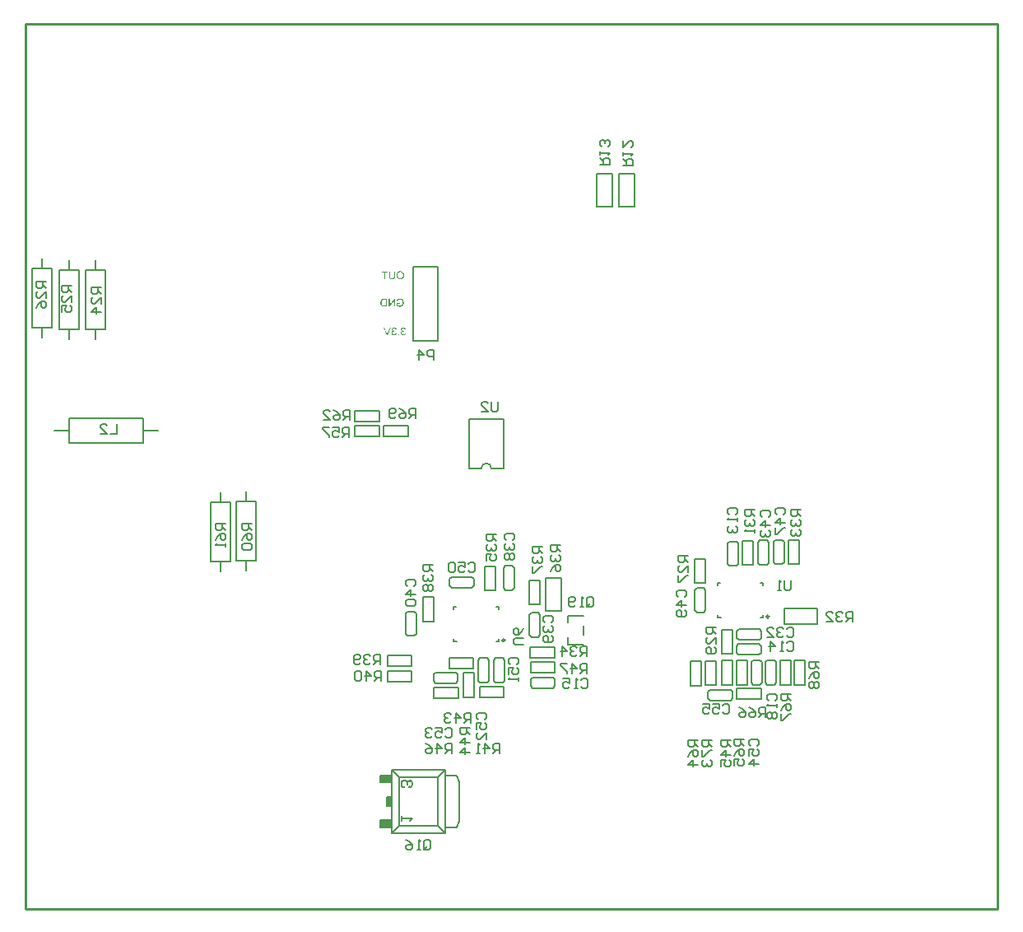
<source format=gbo>
%FSLAX25Y25*%
%MOIN*%
G70*
G01*
G75*
G04 Layer_Color=32896*
%ADD10R,0.03347X0.02756*%
%ADD11O,0.06299X0.01181*%
%ADD12R,0.06299X0.01181*%
%ADD13O,0.01181X0.06299*%
%ADD14R,0.05000X0.06000*%
%ADD15R,0.02756X0.03347*%
%ADD16R,0.05118X0.03937*%
%ADD17R,0.10630X0.03937*%
%ADD18R,0.03543X0.02126*%
%ADD19R,0.01969X0.06299*%
%ADD20R,0.14410X0.07874*%
%ADD21R,0.14410X0.09843*%
%ADD22R,0.21654X0.05630*%
%ADD23R,0.03937X0.10630*%
%ADD24R,0.20866X0.11024*%
%ADD25R,0.03937X0.05118*%
%ADD26R,0.09843X0.15748*%
%ADD27R,0.08661X0.07087*%
%ADD28O,0.09843X0.05906*%
%ADD29R,0.10000X0.07500*%
%ADD30R,0.02126X0.03543*%
%ADD31R,0.06299X0.01969*%
%ADD32R,0.07874X0.14410*%
%ADD33R,0.09843X0.14410*%
%ADD34R,0.02559X0.05315*%
%ADD35R,0.09449X0.08268*%
%ADD36O,0.03543X0.01969*%
%ADD37O,0.03543X0.01969*%
%ADD38R,0.03543X0.01969*%
%ADD39R,0.02362X0.03937*%
%ADD40R,0.03937X0.02362*%
%ADD41C,0.01000*%
%ADD42C,0.00800*%
%ADD43C,0.03000*%
%ADD44C,0.01500*%
%ADD45C,0.04000*%
%ADD46C,0.01200*%
%ADD47C,0.02000*%
%ADD48C,0.10000*%
%ADD49C,0.08000*%
%ADD50C,0.05000*%
%ADD51R,0.10571X0.09351*%
%ADD52R,0.10871X0.13938*%
%ADD53R,0.06400X0.08900*%
%ADD54R,0.08600X0.43171*%
%ADD55R,0.10722X0.08773*%
%ADD56R,0.28371X0.07471*%
%ADD57R,0.07400X0.15300*%
%ADD58R,0.44271X0.10500*%
%ADD59R,0.12367X0.05271*%
%ADD60R,0.10200X0.04900*%
%ADD61R,0.04000X0.18600*%
%ADD62R,0.18900X0.05200*%
%ADD63R,0.07300X0.29900*%
%ADD64R,0.24300X1.56600*%
%ADD65R,0.50200X0.62200*%
%ADD66R,0.24100X0.17400*%
%ADD67R,0.25624X0.17093*%
%ADD68R,0.23600X0.17400*%
%ADD69R,0.05906X0.05906*%
%ADD70C,0.05906*%
%ADD71O,0.06000X0.10000*%
%ADD72R,0.06000X0.10000*%
%ADD73O,0.11811X0.09843*%
%ADD74R,0.11811X0.09843*%
%ADD75O,0.05906X0.09843*%
%ADD76R,0.05906X0.09843*%
%ADD77R,0.09843X0.11811*%
%ADD78O,0.09843X0.11811*%
%ADD79R,0.05906X0.05906*%
%ADD80C,0.06693*%
%ADD81C,0.05500*%
%ADD82O,0.07874X0.15748*%
%ADD83C,0.05512*%
%ADD84C,0.03000*%
%ADD85C,0.02000*%
%ADD86C,0.04000*%
%ADD87O,0.05500X0.02500*%
%ADD88R,0.05500X0.02500*%
%ADD89O,0.01181X0.02756*%
%ADD90O,0.02756X0.01181*%
%ADD91R,0.13386X0.07087*%
%ADD92R,0.09100X0.04600*%
%ADD93R,0.04000X0.22000*%
%ADD94R,0.18000X0.06400*%
%ADD95R,0.05200X0.25200*%
%ADD96R,0.18400X0.60700*%
%ADD97R,0.24600X1.31200*%
%ADD98R,0.50100X0.62100*%
%ADD99C,0.00394*%
%ADD100C,0.00500*%
%ADD101C,0.00787*%
%ADD102C,0.00591*%
%ADD103R,0.04724X0.02756*%
%ADD104R,0.01968X0.03543*%
%ADD105R,0.23900X1.20759*%
%ADD106R,0.14900X0.21400*%
%ADD107R,0.04147X0.03556*%
%ADD108O,0.07099X0.01981*%
%ADD109R,0.07099X0.01981*%
%ADD110O,0.01981X0.07099*%
%ADD111R,0.05800X0.06800*%
%ADD112R,0.03556X0.04147*%
%ADD113R,0.05918X0.04737*%
%ADD114R,0.11430X0.04737*%
%ADD115R,0.04343X0.02926*%
%ADD116R,0.02769X0.07099*%
%ADD117R,0.15210X0.08674*%
%ADD118R,0.15210X0.10642*%
%ADD119R,0.22453X0.06430*%
%ADD120R,0.04737X0.11430*%
%ADD121R,0.21666X0.11824*%
%ADD122R,0.04737X0.05918*%
%ADD123R,0.10642X0.16548*%
%ADD124R,0.09461X0.07887*%
%ADD125O,0.10642X0.06706*%
%ADD126R,0.10800X0.08300*%
%ADD127R,0.02926X0.04343*%
%ADD128R,0.07099X0.02769*%
%ADD129R,0.08674X0.15210*%
%ADD130R,0.10642X0.15210*%
%ADD131R,0.03359X0.06115*%
%ADD132R,0.10249X0.09068*%
%ADD133O,0.04343X0.02769*%
%ADD134O,0.04343X0.02769*%
%ADD135R,0.04343X0.02769*%
%ADD136R,0.03162X0.04737*%
%ADD137R,0.04737X0.03162*%
%ADD138R,0.06706X0.06706*%
%ADD139C,0.06706*%
%ADD140O,0.06800X0.10800*%
%ADD141R,0.06800X0.10800*%
%ADD142O,0.12611X0.10642*%
%ADD143R,0.12611X0.10642*%
%ADD144O,0.06706X0.10642*%
%ADD145R,0.06706X0.10642*%
%ADD146R,0.10642X0.12611*%
%ADD147O,0.10642X0.12611*%
%ADD148R,0.06706X0.06706*%
%ADD149C,0.07493*%
%ADD150C,0.06300*%
%ADD151O,0.08674X0.16548*%
%ADD152C,0.06312*%
%ADD153R,0.13323X0.25300*%
%ADD154R,0.24600X1.27600*%
%ADD155O,0.06300X0.03300*%
%ADD156R,0.06300X0.03300*%
%ADD157O,0.01981X0.03556*%
%ADD158O,0.03556X0.01981*%
%ADD159R,0.14186X0.07887*%
%ADD160C,0.00984*%
G36*
X151664Y-111345D02*
X151751Y-111349D01*
X151834Y-111359D01*
X151911Y-111373D01*
X151987Y-111387D01*
X152056Y-111404D01*
X152122Y-111422D01*
X152181Y-111439D01*
X152233Y-111460D01*
X152282Y-111477D01*
X152324Y-111494D01*
X152358Y-111508D01*
X152386Y-111522D01*
X152407Y-111532D01*
X152421Y-111536D01*
X152424Y-111539D01*
X152490Y-111578D01*
X152553Y-111623D01*
X152612Y-111668D01*
X152664Y-111716D01*
X152716Y-111768D01*
X152761Y-111817D01*
X152802Y-111866D01*
X152841Y-111914D01*
X152872Y-111963D01*
X152903Y-112004D01*
X152927Y-112043D01*
X152948Y-112077D01*
X152962Y-112105D01*
X152972Y-112126D01*
X152979Y-112140D01*
X152983Y-112143D01*
X153018Y-112220D01*
X153045Y-112296D01*
X153073Y-112372D01*
X153094Y-112449D01*
X153129Y-112594D01*
X153142Y-112664D01*
X153153Y-112730D01*
X153160Y-112789D01*
X153167Y-112844D01*
X153170Y-112893D01*
X153174Y-112934D01*
X153177Y-112969D01*
Y-112993D01*
Y-113007D01*
Y-113014D01*
X153174Y-113101D01*
X153170Y-113188D01*
X153160Y-113268D01*
X153146Y-113347D01*
X153132Y-113420D01*
X153115Y-113493D01*
X153097Y-113559D01*
X153080Y-113618D01*
X153063Y-113673D01*
X153045Y-113722D01*
X153028Y-113764D01*
X153014Y-113802D01*
X153000Y-113830D01*
X152990Y-113850D01*
X152986Y-113864D01*
X152983Y-113868D01*
X152945Y-113937D01*
X152900Y-114003D01*
X152855Y-114062D01*
X152809Y-114121D01*
X152761Y-114173D01*
X152712Y-114218D01*
X152664Y-114263D01*
X152619Y-114302D01*
X152573Y-114336D01*
X152532Y-114367D01*
X152494Y-114392D01*
X152462Y-114413D01*
X152438Y-114430D01*
X152417Y-114440D01*
X152403Y-114447D01*
X152400Y-114451D01*
X152327Y-114486D01*
X152251Y-114517D01*
X152178Y-114544D01*
X152105Y-114565D01*
X152029Y-114586D01*
X151959Y-114603D01*
X151890Y-114617D01*
X151827Y-114628D01*
X151768Y-114635D01*
X151713Y-114642D01*
X151664Y-114645D01*
X151623Y-114649D01*
X151588Y-114652D01*
X151543D01*
X151414Y-114645D01*
X151289Y-114631D01*
X151175Y-114614D01*
X151123Y-114600D01*
X151071Y-114590D01*
X151026Y-114579D01*
X150988Y-114565D01*
X150950Y-114555D01*
X150922Y-114548D01*
X150894Y-114538D01*
X150877Y-114534D01*
X150866Y-114527D01*
X150863D01*
X150738Y-114475D01*
X150620Y-114416D01*
X150512Y-114354D01*
X150460Y-114322D01*
X150415Y-114295D01*
X150373Y-114267D01*
X150335Y-114239D01*
X150301Y-114218D01*
X150273Y-114198D01*
X150249Y-114180D01*
X150231Y-114166D01*
X150221Y-114159D01*
X150217Y-114156D01*
Y-112966D01*
X151574D01*
Y-113344D01*
X150634D01*
Y-113944D01*
X150689Y-113989D01*
X150752Y-114027D01*
X150818Y-114066D01*
X150883Y-114100D01*
X150943Y-114128D01*
X150967Y-114142D01*
X150988Y-114152D01*
X151008Y-114159D01*
X151022Y-114166D01*
X151029Y-114170D01*
X151033D01*
X151130Y-114204D01*
X151227Y-114229D01*
X151317Y-114250D01*
X151397Y-114260D01*
X151435Y-114263D01*
X151467Y-114267D01*
X151494Y-114270D01*
X151518D01*
X151539Y-114274D01*
X151567D01*
X151685Y-114267D01*
X151796Y-114253D01*
X151897Y-114229D01*
X151945Y-114218D01*
X151987Y-114204D01*
X152025Y-114190D01*
X152060Y-114180D01*
X152091Y-114166D01*
X152119Y-114156D01*
X152140Y-114149D01*
X152154Y-114142D01*
X152164Y-114135D01*
X152167D01*
X152219Y-114107D01*
X152268Y-114076D01*
X152351Y-114010D01*
X152424Y-113937D01*
X152487Y-113868D01*
X152532Y-113805D01*
X152553Y-113778D01*
X152567Y-113757D01*
X152580Y-113736D01*
X152587Y-113722D01*
X152591Y-113712D01*
X152594Y-113708D01*
X152643Y-113594D01*
X152678Y-113472D01*
X152705Y-113354D01*
X152723Y-113240D01*
X152726Y-113188D01*
X152733Y-113139D01*
X152736Y-113098D01*
Y-113059D01*
X152740Y-113032D01*
Y-113007D01*
Y-112993D01*
Y-112990D01*
X152733Y-112862D01*
X152719Y-112740D01*
X152702Y-112633D01*
X152691Y-112581D01*
X152678Y-112535D01*
X152667Y-112494D01*
X152657Y-112455D01*
X152646Y-112424D01*
X152636Y-112397D01*
X152629Y-112372D01*
X152622Y-112358D01*
X152619Y-112348D01*
Y-112345D01*
X152591Y-112282D01*
X152559Y-112223D01*
X152525Y-112168D01*
X152494Y-112122D01*
X152466Y-112084D01*
X152442Y-112053D01*
X152428Y-112036D01*
X152421Y-112029D01*
X152369Y-111977D01*
X152310Y-111932D01*
X152254Y-111890D01*
X152199Y-111855D01*
X152150Y-111828D01*
X152112Y-111810D01*
X152098Y-111803D01*
X152088Y-111796D01*
X152081Y-111793D01*
X152077D01*
X151994Y-111761D01*
X151911Y-111741D01*
X151824Y-111723D01*
X151748Y-111713D01*
X151709Y-111709D01*
X151678Y-111706D01*
X151647D01*
X151623Y-111703D01*
X151574D01*
X151487Y-111706D01*
X151404Y-111716D01*
X151331Y-111730D01*
X151265Y-111744D01*
X151213Y-111761D01*
X151189Y-111768D01*
X151172Y-111775D01*
X151158Y-111782D01*
X151147Y-111786D01*
X151140Y-111789D01*
X151137D01*
X151067Y-111824D01*
X151005Y-111859D01*
X150953Y-111897D01*
X150908Y-111932D01*
X150877Y-111966D01*
X150852Y-111991D01*
X150835Y-112008D01*
X150831Y-112015D01*
X150793Y-112070D01*
X150759Y-112133D01*
X150727Y-112195D01*
X150700Y-112258D01*
X150679Y-112313D01*
X150672Y-112338D01*
X150665Y-112355D01*
X150658Y-112372D01*
X150654Y-112386D01*
X150651Y-112393D01*
Y-112397D01*
X150266Y-112293D01*
X150301Y-112178D01*
X150339Y-112074D01*
X150360Y-112029D01*
X150380Y-111984D01*
X150398Y-111945D01*
X150419Y-111911D01*
X150436Y-111876D01*
X150453Y-111848D01*
X150471Y-111824D01*
X150481Y-111803D01*
X150495Y-111789D01*
X150502Y-111779D01*
X150505Y-111772D01*
X150509Y-111768D01*
X150575Y-111696D01*
X150644Y-111633D01*
X150717Y-111581D01*
X150790Y-111536D01*
X150852Y-111501D01*
X150880Y-111487D01*
X150904Y-111477D01*
X150922Y-111467D01*
X150936Y-111460D01*
X150946Y-111456D01*
X150950D01*
X151057Y-111418D01*
X151165Y-111390D01*
X151272Y-111369D01*
X151369Y-111355D01*
X151414Y-111352D01*
X151453Y-111349D01*
X151487Y-111345D01*
X151518Y-111342D01*
X151577D01*
X151664Y-111345D01*
D02*
G37*
G36*
X151868Y-100245D02*
X151986Y-100262D01*
X152097Y-100283D01*
X152201Y-100311D01*
X152302Y-100346D01*
X152392Y-100384D01*
X152476Y-100426D01*
X152552Y-100467D01*
X152621Y-100509D01*
X152680Y-100550D01*
X152729Y-100589D01*
X152774Y-100623D01*
X152805Y-100651D01*
X152830Y-100672D01*
X152847Y-100689D01*
X152850Y-100693D01*
X152927Y-100779D01*
X152993Y-100877D01*
X153048Y-100974D01*
X153097Y-101078D01*
X153138Y-101182D01*
X153173Y-101286D01*
X153201Y-101387D01*
X153225Y-101487D01*
X153243Y-101581D01*
X153253Y-101664D01*
X153263Y-101744D01*
X153270Y-101810D01*
X153274Y-101866D01*
Y-101886D01*
X153277Y-101907D01*
Y-101921D01*
Y-101932D01*
Y-101938D01*
Y-101942D01*
X153274Y-102018D01*
X153270Y-102098D01*
X153249Y-102244D01*
X153236Y-102313D01*
X153222Y-102379D01*
X153204Y-102442D01*
X153187Y-102497D01*
X153170Y-102553D01*
X153152Y-102598D01*
X153138Y-102639D01*
X153124Y-102674D01*
X153114Y-102702D01*
X153104Y-102723D01*
X153100Y-102737D01*
X153097Y-102740D01*
X153059Y-102810D01*
X153020Y-102875D01*
X152979Y-102934D01*
X152934Y-102993D01*
X152889Y-103045D01*
X152843Y-103094D01*
X152802Y-103139D01*
X152757Y-103181D01*
X152715Y-103216D01*
X152677Y-103247D01*
X152642Y-103275D01*
X152614Y-103295D01*
X152590Y-103313D01*
X152569Y-103326D01*
X152559Y-103333D01*
X152555Y-103337D01*
X152486Y-103375D01*
X152417Y-103406D01*
X152347Y-103437D01*
X152278Y-103462D01*
X152208Y-103483D01*
X152143Y-103500D01*
X152077Y-103514D01*
X152018Y-103524D01*
X151959Y-103535D01*
X151910Y-103542D01*
X151861Y-103545D01*
X151823Y-103549D01*
X151792Y-103552D01*
X151747D01*
X151671Y-103549D01*
X151594Y-103545D01*
X151449Y-103521D01*
X151383Y-103507D01*
X151317Y-103490D01*
X151258Y-103472D01*
X151202Y-103455D01*
X151150Y-103437D01*
X151105Y-103420D01*
X151067Y-103403D01*
X151032Y-103389D01*
X151004Y-103375D01*
X150987Y-103365D01*
X150973Y-103361D01*
X150970Y-103358D01*
X150904Y-103320D01*
X150841Y-103275D01*
X150782Y-103229D01*
X150730Y-103184D01*
X150682Y-103136D01*
X150633Y-103087D01*
X150591Y-103039D01*
X150553Y-102993D01*
X150522Y-102948D01*
X150491Y-102907D01*
X150467Y-102868D01*
X150446Y-102837D01*
X150432Y-102813D01*
X150421Y-102792D01*
X150415Y-102778D01*
X150411Y-102775D01*
X150376Y-102702D01*
X150345Y-102626D01*
X150321Y-102553D01*
X150296Y-102476D01*
X150276Y-102403D01*
X150262Y-102331D01*
X150248Y-102261D01*
X150238Y-102195D01*
X150231Y-102133D01*
X150224Y-102077D01*
X150220Y-102029D01*
X150217Y-101987D01*
X150213Y-101952D01*
Y-101925D01*
Y-101911D01*
Y-101904D01*
X150217Y-101814D01*
X150220Y-101730D01*
X150231Y-101647D01*
X150241Y-101567D01*
X150255Y-101494D01*
X150272Y-101421D01*
X150289Y-101356D01*
X150307Y-101297D01*
X150324Y-101241D01*
X150342Y-101192D01*
X150356Y-101147D01*
X150373Y-101113D01*
X150383Y-101085D01*
X150394Y-101064D01*
X150397Y-101050D01*
X150401Y-101047D01*
X150439Y-100977D01*
X150477Y-100911D01*
X150522Y-100849D01*
X150564Y-100793D01*
X150609Y-100741D01*
X150654Y-100693D01*
X150699Y-100648D01*
X150744Y-100606D01*
X150786Y-100571D01*
X150824Y-100540D01*
X150855Y-100512D01*
X150886Y-100491D01*
X150911Y-100474D01*
X150928Y-100464D01*
X150942Y-100457D01*
X150945Y-100453D01*
X151015Y-100415D01*
X151081Y-100384D01*
X151150Y-100356D01*
X151219Y-100332D01*
X151289Y-100311D01*
X151355Y-100294D01*
X151417Y-100280D01*
X151480Y-100269D01*
X151535Y-100259D01*
X151584Y-100252D01*
X151629Y-100249D01*
X151671Y-100245D01*
X151702Y-100242D01*
X151743D01*
X151868Y-100245D01*
D02*
G37*
G36*
X146362Y-114600D02*
X145207D01*
X145103Y-114596D01*
X145005Y-114593D01*
X144919Y-114583D01*
X144842Y-114572D01*
X144811Y-114569D01*
X144783Y-114565D01*
X144755Y-114558D01*
X144735Y-114555D01*
X144717Y-114551D01*
X144707D01*
X144700Y-114548D01*
X144696D01*
X144617Y-114524D01*
X144540Y-114499D01*
X144474Y-114472D01*
X144419Y-114447D01*
X144374Y-114423D01*
X144339Y-114406D01*
X144318Y-114392D01*
X144315Y-114388D01*
X144311D01*
X144252Y-114343D01*
X144197Y-114298D01*
X144148Y-114250D01*
X144107Y-114201D01*
X144069Y-114159D01*
X144044Y-114128D01*
X144034Y-114114D01*
X144027Y-114104D01*
X144020Y-114100D01*
Y-114097D01*
X143971Y-114024D01*
X143930Y-113948D01*
X143892Y-113868D01*
X143860Y-113795D01*
X143836Y-113729D01*
X143825Y-113701D01*
X143815Y-113677D01*
X143812Y-113660D01*
X143805Y-113646D01*
X143801Y-113635D01*
Y-113632D01*
X143773Y-113521D01*
X143753Y-113410D01*
X143735Y-113302D01*
X143725Y-113202D01*
X143721Y-113156D01*
X143718Y-113115D01*
Y-113077D01*
X143714Y-113045D01*
Y-113018D01*
Y-113000D01*
Y-112986D01*
Y-112983D01*
X143721Y-112827D01*
X143725Y-112754D01*
X143735Y-112685D01*
X143746Y-112619D01*
X143756Y-112556D01*
X143767Y-112497D01*
X143777Y-112442D01*
X143791Y-112393D01*
X143801Y-112351D01*
X143812Y-112313D01*
X143822Y-112282D01*
X143833Y-112258D01*
X143836Y-112237D01*
X143843Y-112226D01*
Y-112223D01*
X143895Y-112105D01*
X143954Y-111997D01*
X143985Y-111949D01*
X144016Y-111904D01*
X144048Y-111862D01*
X144079Y-111824D01*
X144107Y-111789D01*
X144134Y-111761D01*
X144159Y-111734D01*
X144179Y-111713D01*
X144197Y-111696D01*
X144211Y-111685D01*
X144218Y-111678D01*
X144221Y-111675D01*
X144298Y-111616D01*
X144377Y-111567D01*
X144454Y-111529D01*
X144527Y-111498D01*
X144592Y-111474D01*
X144620Y-111467D01*
X144644Y-111460D01*
X144662Y-111453D01*
X144676Y-111449D01*
X144686Y-111446D01*
X144690D01*
X144728Y-111439D01*
X144769Y-111428D01*
X144863Y-111418D01*
X144957Y-111408D01*
X145051Y-111404D01*
X145092Y-111401D01*
X145134D01*
X145168Y-111397D01*
X146362D01*
Y-114600D01*
D02*
G37*
G36*
X146677Y-100675D02*
X145622D01*
Y-103500D01*
X145199D01*
Y-100675D01*
X144144D01*
Y-100297D01*
X146677D01*
Y-100675D01*
D02*
G37*
G36*
X149662Y-102147D02*
Y-102240D01*
X149654Y-102327D01*
X149651Y-102410D01*
X149641Y-102487D01*
X149634Y-102560D01*
X149623Y-102626D01*
X149613Y-102684D01*
X149599Y-102740D01*
X149589Y-102789D01*
X149578Y-102830D01*
X149568Y-102868D01*
X149557Y-102896D01*
X149550Y-102920D01*
X149543Y-102938D01*
X149540Y-102948D01*
Y-102952D01*
X149516Y-103004D01*
X149488Y-103056D01*
X149425Y-103146D01*
X149360Y-103222D01*
X149290Y-103285D01*
X149259Y-103313D01*
X149231Y-103333D01*
X149203Y-103354D01*
X149179Y-103372D01*
X149162Y-103382D01*
X149148Y-103392D01*
X149137Y-103396D01*
X149134Y-103399D01*
X149079Y-103427D01*
X149020Y-103448D01*
X148898Y-103486D01*
X148773Y-103514D01*
X148655Y-103531D01*
X148603Y-103538D01*
X148551Y-103545D01*
X148509Y-103549D01*
X148471D01*
X148440Y-103552D01*
X148395D01*
X148312Y-103549D01*
X148232Y-103545D01*
X148155Y-103535D01*
X148083Y-103524D01*
X148017Y-103510D01*
X147954Y-103497D01*
X147899Y-103479D01*
X147850Y-103462D01*
X147801Y-103448D01*
X147763Y-103431D01*
X147729Y-103417D01*
X147701Y-103403D01*
X147677Y-103392D01*
X147663Y-103382D01*
X147652Y-103378D01*
X147649Y-103375D01*
X147597Y-103340D01*
X147548Y-103306D01*
X147507Y-103268D01*
X147465Y-103229D01*
X147430Y-103191D01*
X147396Y-103149D01*
X147368Y-103115D01*
X147344Y-103077D01*
X147302Y-103014D01*
X147288Y-102986D01*
X147274Y-102962D01*
X147264Y-102941D01*
X147257Y-102927D01*
X147253Y-102917D01*
Y-102914D01*
X147232Y-102858D01*
X147215Y-102799D01*
X147187Y-102674D01*
X147170Y-102546D01*
X147156Y-102424D01*
X147153Y-102365D01*
X147149Y-102313D01*
X147146Y-102268D01*
X147142Y-102226D01*
Y-102192D01*
Y-102167D01*
Y-102154D01*
Y-102147D01*
Y-100297D01*
X147566D01*
Y-102147D01*
X147569Y-102254D01*
X147573Y-102355D01*
X147583Y-102445D01*
X147597Y-102528D01*
X147611Y-102601D01*
X147628Y-102667D01*
X147649Y-102726D01*
X147666Y-102778D01*
X147684Y-102823D01*
X147704Y-102861D01*
X147722Y-102893D01*
X147736Y-102917D01*
X147749Y-102934D01*
X147756Y-102948D01*
X147763Y-102955D01*
X147767Y-102959D01*
X147809Y-102997D01*
X147854Y-103028D01*
X147902Y-103056D01*
X147954Y-103080D01*
X148010Y-103101D01*
X148065Y-103118D01*
X148173Y-103143D01*
X148225Y-103153D01*
X148274Y-103160D01*
X148319Y-103163D01*
X148357Y-103167D01*
X148388Y-103170D01*
X148433D01*
X148530Y-103167D01*
X148620Y-103153D01*
X148700Y-103136D01*
X148770Y-103118D01*
X148797Y-103108D01*
X148822Y-103097D01*
X148846Y-103091D01*
X148863Y-103084D01*
X148877Y-103077D01*
X148888Y-103070D01*
X148895Y-103066D01*
X148898D01*
X148964Y-103021D01*
X149020Y-102973D01*
X149065Y-102924D01*
X149099Y-102872D01*
X149127Y-102830D01*
X149148Y-102792D01*
X149155Y-102778D01*
X149158Y-102768D01*
X149162Y-102764D01*
Y-102761D01*
X149176Y-102723D01*
X149186Y-102678D01*
X149207Y-102580D01*
X149221Y-102480D01*
X149228Y-102379D01*
X149231Y-102334D01*
X149235Y-102289D01*
Y-102251D01*
X149238Y-102216D01*
Y-102185D01*
Y-102164D01*
Y-102150D01*
Y-102147D01*
Y-100297D01*
X149662D01*
Y-102147D01*
D02*
G37*
G36*
X149317Y-122990D02*
X149383Y-122997D01*
X149445Y-123008D01*
X149508Y-123021D01*
X149563Y-123039D01*
X149615Y-123056D01*
X149664Y-123077D01*
X149706Y-123094D01*
X149747Y-123115D01*
X149782Y-123136D01*
X149810Y-123153D01*
X149838Y-123171D01*
X149855Y-123185D01*
X149872Y-123195D01*
X149879Y-123202D01*
X149883Y-123205D01*
X149928Y-123247D01*
X149969Y-123296D01*
X150007Y-123344D01*
X150042Y-123393D01*
X150074Y-123445D01*
X150098Y-123493D01*
X150143Y-123594D01*
X150160Y-123639D01*
X150174Y-123681D01*
X150185Y-123719D01*
X150195Y-123750D01*
X150202Y-123778D01*
X150205Y-123799D01*
X150209Y-123813D01*
Y-123816D01*
X149817Y-123886D01*
X149796Y-123785D01*
X149768Y-123698D01*
X149737Y-123622D01*
X149702Y-123563D01*
X149674Y-123514D01*
X149647Y-123483D01*
X149629Y-123462D01*
X149622Y-123455D01*
X149560Y-123407D01*
X149497Y-123372D01*
X149432Y-123344D01*
X149372Y-123327D01*
X149317Y-123316D01*
X149296Y-123313D01*
X149275D01*
X149258Y-123310D01*
X149237D01*
X149154Y-123316D01*
X149081Y-123330D01*
X149015Y-123355D01*
X148960Y-123379D01*
X148918Y-123407D01*
X148887Y-123431D01*
X148866Y-123445D01*
X148859Y-123452D01*
X148831Y-123479D01*
X148810Y-123507D01*
X148772Y-123570D01*
X148744Y-123629D01*
X148727Y-123684D01*
X148717Y-123736D01*
X148713Y-123775D01*
X148710Y-123792D01*
Y-123802D01*
Y-123809D01*
Y-123813D01*
X148713Y-123861D01*
X148720Y-123906D01*
X148727Y-123951D01*
X148741Y-123990D01*
X148776Y-124059D01*
X148810Y-124115D01*
X148848Y-124160D01*
X148883Y-124191D01*
X148897Y-124201D01*
X148904Y-124208D01*
X148911Y-124215D01*
X148915D01*
X148991Y-124260D01*
X149071Y-124292D01*
X149147Y-124316D01*
X149216Y-124330D01*
X149275Y-124340D01*
X149300Y-124344D01*
X149324D01*
X149341Y-124347D01*
X149386D01*
X149407Y-124344D01*
X149425Y-124340D01*
X149432D01*
X149473Y-124684D01*
X149414Y-124670D01*
X149359Y-124659D01*
X149313Y-124652D01*
X149272Y-124645D01*
X149241D01*
X149216Y-124642D01*
X149196D01*
X149147Y-124645D01*
X149098Y-124649D01*
X149012Y-124670D01*
X148935Y-124697D01*
X148869Y-124729D01*
X148817Y-124763D01*
X148796Y-124777D01*
X148779Y-124791D01*
X148765Y-124802D01*
X148755Y-124812D01*
X148751Y-124815D01*
X148748Y-124819D01*
X148717Y-124854D01*
X148689Y-124888D01*
X148665Y-124923D01*
X148644Y-124961D01*
X148613Y-125034D01*
X148588Y-125107D01*
X148578Y-125169D01*
X148574Y-125194D01*
X148571Y-125218D01*
X148567Y-125235D01*
Y-125253D01*
Y-125260D01*
Y-125263D01*
X148571Y-125315D01*
X148574Y-125364D01*
X148599Y-125457D01*
X148626Y-125537D01*
X148661Y-125607D01*
X148682Y-125638D01*
X148699Y-125662D01*
X148713Y-125686D01*
X148727Y-125704D01*
X148741Y-125718D01*
X148751Y-125728D01*
X148755Y-125735D01*
X148758Y-125739D01*
X148796Y-125773D01*
X148835Y-125801D01*
X148873Y-125825D01*
X148911Y-125849D01*
X148991Y-125884D01*
X149067Y-125905D01*
X149130Y-125919D01*
X149161Y-125922D01*
X149182Y-125926D01*
X149203Y-125929D01*
X149230D01*
X149313Y-125922D01*
X149393Y-125905D01*
X149459Y-125884D01*
X149518Y-125856D01*
X149567Y-125829D01*
X149601Y-125808D01*
X149612Y-125797D01*
X149622Y-125791D01*
X149626Y-125784D01*
X149629D01*
X149657Y-125752D01*
X149685Y-125721D01*
X149733Y-125648D01*
X149772Y-125568D01*
X149803Y-125489D01*
X149827Y-125416D01*
X149834Y-125384D01*
X149841Y-125357D01*
X149848Y-125332D01*
X149851Y-125315D01*
X149855Y-125305D01*
Y-125301D01*
X150247Y-125353D01*
X150236Y-125426D01*
X150223Y-125496D01*
X150202Y-125561D01*
X150181Y-125624D01*
X150157Y-125683D01*
X150129Y-125735D01*
X150101Y-125787D01*
X150074Y-125829D01*
X150046Y-125870D01*
X150021Y-125905D01*
X149997Y-125936D01*
X149976Y-125961D01*
X149955Y-125981D01*
X149942Y-125995D01*
X149935Y-126002D01*
X149931Y-126006D01*
X149879Y-126051D01*
X149820Y-126089D01*
X149765Y-126120D01*
X149706Y-126151D01*
X149647Y-126176D01*
X149588Y-126193D01*
X149532Y-126210D01*
X149477Y-126224D01*
X149425Y-126235D01*
X149379Y-126242D01*
X149338Y-126249D01*
X149300Y-126252D01*
X149272D01*
X149248Y-126256D01*
X149230D01*
X149144Y-126252D01*
X149064Y-126242D01*
X148987Y-126228D01*
X148915Y-126210D01*
X148845Y-126190D01*
X148783Y-126165D01*
X148724Y-126137D01*
X148672Y-126110D01*
X148623Y-126085D01*
X148581Y-126058D01*
X148543Y-126033D01*
X148515Y-126013D01*
X148491Y-125995D01*
X148474Y-125981D01*
X148463Y-125971D01*
X148460Y-125968D01*
X148404Y-125912D01*
X148359Y-125853D01*
X148318Y-125794D01*
X148283Y-125732D01*
X148252Y-125673D01*
X148227Y-125614D01*
X148207Y-125558D01*
X148189Y-125503D01*
X148175Y-125451D01*
X148168Y-125405D01*
X148161Y-125364D01*
X148154Y-125326D01*
Y-125298D01*
X148151Y-125274D01*
Y-125260D01*
Y-125256D01*
Y-125201D01*
X148158Y-125145D01*
X148175Y-125045D01*
X148203Y-124958D01*
X148217Y-124920D01*
X148231Y-124885D01*
X148245Y-124850D01*
X148259Y-124822D01*
X148273Y-124798D01*
X148286Y-124781D01*
X148297Y-124763D01*
X148304Y-124753D01*
X148307Y-124746D01*
X148311Y-124743D01*
X148373Y-124670D01*
X148446Y-124611D01*
X148519Y-124566D01*
X148588Y-124528D01*
X148654Y-124500D01*
X148682Y-124489D01*
X148703Y-124482D01*
X148724Y-124475D01*
X148738Y-124472D01*
X148748Y-124469D01*
X148751D01*
X148675Y-124427D01*
X148609Y-124385D01*
X148550Y-124340D01*
X148505Y-124295D01*
X148467Y-124257D01*
X148443Y-124226D01*
X148425Y-124205D01*
X148422Y-124201D01*
Y-124198D01*
X148384Y-124132D01*
X148356Y-124066D01*
X148335Y-124004D01*
X148321Y-123944D01*
X148314Y-123896D01*
X148307Y-123854D01*
Y-123840D01*
Y-123830D01*
Y-123823D01*
Y-123820D01*
X148311Y-123740D01*
X148325Y-123663D01*
X148345Y-123594D01*
X148366Y-123532D01*
X148387Y-123479D01*
X148397Y-123459D01*
X148408Y-123441D01*
X148415Y-123427D01*
X148422Y-123414D01*
X148425Y-123410D01*
Y-123407D01*
X148474Y-123337D01*
X148529Y-123278D01*
X148585Y-123226D01*
X148640Y-123181D01*
X148689Y-123146D01*
X148727Y-123122D01*
X148744Y-123112D01*
X148755Y-123105D01*
X148762Y-123101D01*
X148765D01*
X148848Y-123063D01*
X148932Y-123035D01*
X149015Y-123014D01*
X149088Y-123001D01*
X149154Y-122994D01*
X149178Y-122990D01*
X149203Y-122987D01*
X149248D01*
X149317Y-122990D01*
D02*
G37*
G36*
X153047D02*
X153113Y-122997D01*
X153176Y-123008D01*
X153238Y-123021D01*
X153294Y-123039D01*
X153346Y-123056D01*
X153394Y-123077D01*
X153436Y-123094D01*
X153478Y-123115D01*
X153512Y-123136D01*
X153540Y-123153D01*
X153568Y-123171D01*
X153585Y-123185D01*
X153602Y-123195D01*
X153609Y-123202D01*
X153613Y-123205D01*
X153658Y-123247D01*
X153700Y-123296D01*
X153738Y-123344D01*
X153772Y-123393D01*
X153804Y-123445D01*
X153828Y-123493D01*
X153873Y-123594D01*
X153891Y-123639D01*
X153904Y-123681D01*
X153915Y-123719D01*
X153925Y-123750D01*
X153932Y-123778D01*
X153936Y-123799D01*
X153939Y-123813D01*
Y-123816D01*
X153547Y-123886D01*
X153526Y-123785D01*
X153498Y-123698D01*
X153467Y-123622D01*
X153432Y-123563D01*
X153405Y-123514D01*
X153377Y-123483D01*
X153359Y-123462D01*
X153353Y-123455D01*
X153290Y-123407D01*
X153228Y-123372D01*
X153162Y-123344D01*
X153103Y-123327D01*
X153047Y-123316D01*
X153026Y-123313D01*
X153006D01*
X152988Y-123310D01*
X152967D01*
X152884Y-123316D01*
X152811Y-123330D01*
X152745Y-123355D01*
X152690Y-123379D01*
X152648Y-123407D01*
X152617Y-123431D01*
X152596Y-123445D01*
X152589Y-123452D01*
X152561Y-123479D01*
X152541Y-123507D01*
X152502Y-123570D01*
X152475Y-123629D01*
X152457Y-123684D01*
X152447Y-123736D01*
X152444Y-123775D01*
X152440Y-123792D01*
Y-123802D01*
Y-123809D01*
Y-123813D01*
X152444Y-123861D01*
X152450Y-123906D01*
X152457Y-123951D01*
X152471Y-123990D01*
X152506Y-124059D01*
X152541Y-124115D01*
X152579Y-124160D01*
X152613Y-124191D01*
X152627Y-124201D01*
X152634Y-124208D01*
X152641Y-124215D01*
X152645D01*
X152721Y-124260D01*
X152801Y-124292D01*
X152877Y-124316D01*
X152947Y-124330D01*
X153006Y-124340D01*
X153030Y-124344D01*
X153054D01*
X153071Y-124347D01*
X153117D01*
X153138Y-124344D01*
X153155Y-124340D01*
X153162D01*
X153203Y-124684D01*
X153144Y-124670D01*
X153089Y-124659D01*
X153044Y-124652D01*
X153002Y-124645D01*
X152971D01*
X152947Y-124642D01*
X152926D01*
X152877Y-124645D01*
X152829Y-124649D01*
X152742Y-124670D01*
X152665Y-124697D01*
X152600Y-124729D01*
X152548Y-124763D01*
X152527Y-124777D01*
X152509Y-124791D01*
X152496Y-124802D01*
X152485Y-124812D01*
X152482Y-124815D01*
X152478Y-124819D01*
X152447Y-124854D01*
X152419Y-124888D01*
X152395Y-124923D01*
X152374Y-124961D01*
X152343Y-125034D01*
X152319Y-125107D01*
X152308Y-125169D01*
X152305Y-125194D01*
X152301Y-125218D01*
X152298Y-125235D01*
Y-125253D01*
Y-125260D01*
Y-125263D01*
X152301Y-125315D01*
X152305Y-125364D01*
X152329Y-125457D01*
X152357Y-125537D01*
X152391Y-125607D01*
X152412Y-125638D01*
X152430Y-125662D01*
X152444Y-125686D01*
X152457Y-125704D01*
X152471Y-125718D01*
X152482Y-125728D01*
X152485Y-125735D01*
X152489Y-125739D01*
X152527Y-125773D01*
X152565Y-125801D01*
X152603Y-125825D01*
X152641Y-125849D01*
X152721Y-125884D01*
X152797Y-125905D01*
X152860Y-125919D01*
X152891Y-125922D01*
X152912Y-125926D01*
X152933Y-125929D01*
X152961D01*
X153044Y-125922D01*
X153124Y-125905D01*
X153190Y-125884D01*
X153249Y-125856D01*
X153297Y-125829D01*
X153332Y-125808D01*
X153342Y-125797D01*
X153353Y-125791D01*
X153356Y-125784D01*
X153359D01*
X153387Y-125752D01*
X153415Y-125721D01*
X153464Y-125648D01*
X153502Y-125568D01*
X153533Y-125489D01*
X153557Y-125416D01*
X153564Y-125384D01*
X153571Y-125357D01*
X153578Y-125332D01*
X153582Y-125315D01*
X153585Y-125305D01*
Y-125301D01*
X153977Y-125353D01*
X153967Y-125426D01*
X153953Y-125496D01*
X153932Y-125561D01*
X153911Y-125624D01*
X153887Y-125683D01*
X153859Y-125735D01*
X153832Y-125787D01*
X153804Y-125829D01*
X153776Y-125870D01*
X153752Y-125905D01*
X153727Y-125936D01*
X153707Y-125961D01*
X153686Y-125981D01*
X153672Y-125995D01*
X153665Y-126002D01*
X153661Y-126006D01*
X153609Y-126051D01*
X153550Y-126089D01*
X153495Y-126120D01*
X153436Y-126151D01*
X153377Y-126176D01*
X153318Y-126193D01*
X153262Y-126210D01*
X153207Y-126224D01*
X153155Y-126235D01*
X153110Y-126242D01*
X153068Y-126249D01*
X153030Y-126252D01*
X153002D01*
X152978Y-126256D01*
X152961D01*
X152874Y-126252D01*
X152794Y-126242D01*
X152718Y-126228D01*
X152645Y-126210D01*
X152575Y-126190D01*
X152513Y-126165D01*
X152454Y-126137D01*
X152402Y-126110D01*
X152353Y-126085D01*
X152312Y-126058D01*
X152273Y-126033D01*
X152246Y-126013D01*
X152221Y-125995D01*
X152204Y-125981D01*
X152194Y-125971D01*
X152190Y-125968D01*
X152135Y-125912D01*
X152090Y-125853D01*
X152048Y-125794D01*
X152013Y-125732D01*
X151982Y-125673D01*
X151958Y-125614D01*
X151937Y-125558D01*
X151919Y-125503D01*
X151906Y-125451D01*
X151899Y-125405D01*
X151892Y-125364D01*
X151885Y-125326D01*
Y-125298D01*
X151881Y-125274D01*
Y-125260D01*
Y-125256D01*
Y-125201D01*
X151888Y-125145D01*
X151906Y-125045D01*
X151933Y-124958D01*
X151947Y-124920D01*
X151961Y-124885D01*
X151975Y-124850D01*
X151989Y-124822D01*
X152003Y-124798D01*
X152017Y-124781D01*
X152027Y-124763D01*
X152034Y-124753D01*
X152038Y-124746D01*
X152041Y-124743D01*
X152103Y-124670D01*
X152176Y-124611D01*
X152249Y-124566D01*
X152319Y-124528D01*
X152384Y-124500D01*
X152412Y-124489D01*
X152433Y-124482D01*
X152454Y-124475D01*
X152468Y-124472D01*
X152478Y-124469D01*
X152482D01*
X152405Y-124427D01*
X152339Y-124385D01*
X152280Y-124340D01*
X152235Y-124295D01*
X152197Y-124257D01*
X152173Y-124226D01*
X152155Y-124205D01*
X152152Y-124201D01*
Y-124198D01*
X152114Y-124132D01*
X152086Y-124066D01*
X152065Y-124004D01*
X152051Y-123944D01*
X152044Y-123896D01*
X152038Y-123854D01*
Y-123840D01*
Y-123830D01*
Y-123823D01*
Y-123820D01*
X152041Y-123740D01*
X152055Y-123663D01*
X152076Y-123594D01*
X152096Y-123532D01*
X152117Y-123479D01*
X152128Y-123459D01*
X152138Y-123441D01*
X152145Y-123427D01*
X152152Y-123414D01*
X152155Y-123410D01*
Y-123407D01*
X152204Y-123337D01*
X152260Y-123278D01*
X152315Y-123226D01*
X152371Y-123181D01*
X152419Y-123146D01*
X152457Y-123122D01*
X152475Y-123112D01*
X152485Y-123105D01*
X152492Y-123101D01*
X152496D01*
X152579Y-123063D01*
X152662Y-123035D01*
X152745Y-123014D01*
X152818Y-123001D01*
X152884Y-122994D01*
X152908Y-122990D01*
X152933Y-122987D01*
X152978D01*
X153047Y-122990D01*
D02*
G37*
G36*
X146687Y-126200D02*
X146249D01*
X145000Y-122997D01*
X145431D01*
X146295Y-125326D01*
X146329Y-125423D01*
X146364Y-125516D01*
X146395Y-125607D01*
X146420Y-125686D01*
X146430Y-125721D01*
X146440Y-125752D01*
X146447Y-125780D01*
X146454Y-125804D01*
X146461Y-125822D01*
X146465Y-125839D01*
X146468Y-125846D01*
Y-125849D01*
X146496Y-125756D01*
X146524Y-125662D01*
X146551Y-125575D01*
X146576Y-125496D01*
X146590Y-125457D01*
X146600Y-125426D01*
X146610Y-125398D01*
X146617Y-125374D01*
X146624Y-125353D01*
X146631Y-125339D01*
X146635Y-125329D01*
Y-125326D01*
X147468Y-122997D01*
X147929D01*
X146687Y-126200D01*
D02*
G37*
G36*
X149596Y-114600D02*
X149190D01*
Y-112088D01*
X147511Y-114600D01*
X147073D01*
Y-111397D01*
X147479D01*
Y-113913D01*
X149162Y-111397D01*
X149596D01*
Y-114600D01*
D02*
G37*
G36*
X151271Y-126200D02*
X150823D01*
Y-125752D01*
X151271D01*
Y-126200D01*
D02*
G37*
%LPC*%
G36*
X145939Y-111775D02*
X145200D01*
X145137Y-111779D01*
X145078Y-111782D01*
X145023Y-111786D01*
X144974Y-111789D01*
X144929Y-111796D01*
X144887Y-111803D01*
X144853Y-111807D01*
X144821Y-111814D01*
X144794Y-111820D01*
X144773Y-111828D01*
X144752Y-111831D01*
X144738Y-111834D01*
X144728Y-111838D01*
X144724Y-111841D01*
X144721D01*
X144676Y-111862D01*
X144634Y-111883D01*
X144558Y-111939D01*
X144488Y-111997D01*
X144429Y-112060D01*
X144384Y-112116D01*
X144363Y-112140D01*
X144350Y-112161D01*
X144336Y-112181D01*
X144325Y-112195D01*
X144322Y-112202D01*
X144318Y-112206D01*
X144290Y-112258D01*
X144263Y-112317D01*
X144221Y-112438D01*
X144193Y-112567D01*
X144173Y-112691D01*
X144166Y-112750D01*
X144159Y-112803D01*
X144155Y-112851D01*
Y-112893D01*
X144152Y-112927D01*
Y-112955D01*
Y-112969D01*
Y-112976D01*
X144155Y-113108D01*
X144166Y-113226D01*
X144173Y-113281D01*
X144179Y-113330D01*
X144186Y-113379D01*
X144193Y-113420D01*
X144204Y-113458D01*
X144211Y-113493D01*
X144218Y-113524D01*
X144225Y-113549D01*
X144231Y-113569D01*
X144235Y-113583D01*
X144238Y-113590D01*
Y-113594D01*
X144273Y-113684D01*
X144311Y-113764D01*
X144350Y-113833D01*
X144384Y-113892D01*
X144419Y-113937D01*
X144447Y-113972D01*
X144464Y-113993D01*
X144467Y-113996D01*
X144471Y-114000D01*
X144513Y-114038D01*
X144561Y-114073D01*
X144610Y-114100D01*
X144655Y-114125D01*
X144696Y-114142D01*
X144728Y-114156D01*
X144742Y-114159D01*
X144752Y-114163D01*
X144755Y-114166D01*
X144759D01*
X144832Y-114184D01*
X144912Y-114198D01*
X144995Y-114208D01*
X145075Y-114215D01*
X145144Y-114218D01*
X145175D01*
X145203Y-114222D01*
X145939D01*
Y-111775D01*
D02*
G37*
G36*
X151764Y-100606D02*
X151684D01*
X151626Y-100613D01*
X151518Y-100630D01*
X151421Y-100658D01*
X151379Y-100672D01*
X151338Y-100686D01*
X151299Y-100703D01*
X151268Y-100717D01*
X151240Y-100731D01*
X151216Y-100745D01*
X151195Y-100755D01*
X151181Y-100762D01*
X151174Y-100766D01*
X151171Y-100769D01*
X151081Y-100835D01*
X151004Y-100908D01*
X150938Y-100981D01*
X150883Y-101054D01*
X150841Y-101120D01*
X150824Y-101147D01*
X150810Y-101172D01*
X150800Y-101192D01*
X150793Y-101206D01*
X150786Y-101217D01*
Y-101220D01*
X150741Y-101335D01*
X150706Y-101449D01*
X150682Y-101564D01*
X150668Y-101671D01*
X150661Y-101720D01*
X150657Y-101765D01*
X150654Y-101803D01*
Y-101838D01*
X150650Y-101866D01*
Y-101886D01*
Y-101900D01*
Y-101904D01*
X150654Y-102015D01*
X150664Y-102122D01*
X150678Y-102220D01*
X150699Y-102313D01*
X150723Y-102400D01*
X150748Y-102476D01*
X150779Y-102549D01*
X150807Y-102612D01*
X150834Y-102671D01*
X150862Y-102719D01*
X150890Y-102761D01*
X150914Y-102796D01*
X150935Y-102823D01*
X150949Y-102841D01*
X150959Y-102855D01*
X150963Y-102858D01*
X151022Y-102917D01*
X151084Y-102969D01*
X151150Y-103011D01*
X151216Y-103049D01*
X151282Y-103084D01*
X151348Y-103111D01*
X151410Y-103132D01*
X151473Y-103149D01*
X151528Y-103163D01*
X151584Y-103174D01*
X151629Y-103181D01*
X151671Y-103184D01*
X151705Y-103188D01*
X151730Y-103191D01*
X151750D01*
X151837Y-103188D01*
X151917Y-103177D01*
X151997Y-103160D01*
X152070Y-103139D01*
X152139Y-103115D01*
X152201Y-103087D01*
X152264Y-103056D01*
X152316Y-103025D01*
X152365Y-102997D01*
X152406Y-102966D01*
X152444Y-102938D01*
X152476Y-102914D01*
X152500Y-102893D01*
X152517Y-102875D01*
X152528Y-102865D01*
X152531Y-102861D01*
X152587Y-102796D01*
X152632Y-102726D01*
X152673Y-102653D01*
X152708Y-102577D01*
X152739Y-102501D01*
X152764Y-102428D01*
X152785Y-102351D01*
X152802Y-102279D01*
X152816Y-102213D01*
X152823Y-102150D01*
X152830Y-102095D01*
X152837Y-102046D01*
Y-102004D01*
X152840Y-101973D01*
Y-101956D01*
Y-101949D01*
X152837Y-101817D01*
X152826Y-101696D01*
X152809Y-101585D01*
X152788Y-101484D01*
X152764Y-101390D01*
X152739Y-101307D01*
X152708Y-101231D01*
X152677Y-101161D01*
X152649Y-101106D01*
X152618Y-101054D01*
X152594Y-101012D01*
X152566Y-100977D01*
X152549Y-100953D01*
X152531Y-100932D01*
X152521Y-100922D01*
X152517Y-100918D01*
X152455Y-100863D01*
X152389Y-100814D01*
X152323Y-100773D01*
X152257Y-100738D01*
X152195Y-100707D01*
X152129Y-100682D01*
X152066Y-100662D01*
X152007Y-100644D01*
X151952Y-100634D01*
X151903Y-100623D01*
X151858Y-100616D01*
X151820Y-100610D01*
X151785D01*
X151764Y-100606D01*
D02*
G37*
%LPD*%
D41*
X0Y-33D02*
X393701D01*
X0Y-358301D02*
Y-33D01*
Y-358301D02*
X393701D01*
Y-33D01*
D100*
X188619Y-180000D02*
G03*
X184619Y-180000I-2000J0D01*
G01*
X188619D02*
X193619D01*
X179619D02*
X184619D01*
X179619Y-160000D02*
X193619D01*
Y-180000D02*
Y-160000D01*
X179619Y-180000D02*
Y-160000D01*
X145026Y-162835D02*
X154868D01*
X145026Y-167165D02*
X154868D01*
Y-162835D01*
X145026Y-167165D02*
Y-162835D01*
X133326Y-162935D02*
X143168D01*
X133326Y-167265D02*
X143168D01*
Y-162935D01*
X133326Y-167265D02*
Y-162935D01*
X133431Y-160965D02*
X143274D01*
X133431Y-156635D02*
X143274D01*
X133431Y-160965D02*
Y-156635D01*
X143274Y-160965D02*
Y-156635D01*
X240450Y-74230D02*
X246750D01*
X240450Y-60844D02*
X246750D01*
X246750Y-73246D02*
X246750D01*
X240450Y-74230D02*
Y-60844D01*
X246750Y-74230D02*
Y-60844D01*
X231450Y-74130D02*
X237750D01*
X231450Y-60744D02*
X237750D01*
X237750Y-73146D02*
X237750D01*
X231450Y-74130D02*
Y-60744D01*
X237750Y-74130D02*
Y-60744D01*
X275335Y-267874D02*
Y-258032D01*
X279665Y-267874D02*
Y-258032D01*
X275335D02*
X279665D01*
X275335Y-267874D02*
X279665D01*
X219532Y-251443D02*
Y-248490D01*
Y-242584D02*
Y-239632D01*
X225832Y-247309D02*
Y-243765D01*
X219532Y-251443D02*
X225832D01*
X219532Y-239632D02*
X225832D01*
X271012Y-237581D02*
Y-229313D01*
X271799Y-228526D02*
X274555D01*
X271799Y-238369D02*
X274555D01*
X275342Y-237581D02*
Y-229313D01*
X274555Y-238369D02*
X275342Y-237581D01*
X271012D02*
X271799Y-238369D01*
X271012Y-229313D02*
X271799Y-228526D01*
X274555D02*
X275342Y-229313D01*
X284312Y-218681D02*
Y-210413D01*
X285099Y-209626D02*
X287855D01*
X285099Y-219468D02*
X287855D01*
X288643Y-218681D02*
Y-210413D01*
X287855Y-219468D02*
X288643Y-218681D01*
X284312D02*
X285099Y-219468D01*
X284312Y-210413D02*
X285099Y-209626D01*
X287855D02*
X288643Y-210413D01*
X288791Y-255565D02*
X297058D01*
X288003Y-254778D02*
Y-252022D01*
X297846Y-254778D02*
Y-252022D01*
X288791Y-251235D02*
X297058D01*
X297846Y-252022D01*
X297058Y-255565D02*
X297846Y-254778D01*
X288003D02*
X288791Y-255565D01*
X288003Y-252022D02*
X288791Y-251235D01*
X303967Y-266881D02*
Y-258613D01*
X300424Y-267669D02*
X303180D01*
X300424Y-257826D02*
X303180D01*
X299637Y-266881D02*
Y-258613D01*
X300424Y-257826D01*
X303180D02*
X303967Y-258613D01*
X303180Y-267669D02*
X303967Y-266881D01*
X299637D02*
X300424Y-267669D01*
X300942Y-218287D02*
Y-210019D01*
X297399Y-219074D02*
X300155D01*
X297399Y-209231D02*
X300155D01*
X296612Y-218287D02*
Y-210019D01*
X297399Y-209231D01*
X300155D02*
X300942Y-210019D01*
X300155Y-219074D02*
X300942Y-218287D01*
X296612D02*
X297399Y-219074D01*
X307142Y-218087D02*
Y-209819D01*
X303599Y-218874D02*
X306355D01*
X303599Y-209032D02*
X306355D01*
X302812Y-218087D02*
Y-209819D01*
X303599Y-209032D01*
X306355D02*
X307142Y-209819D01*
X306355Y-218874D02*
X307142Y-218087D01*
X302812D02*
X303599Y-218874D01*
X288891Y-249565D02*
X297158D01*
X288103Y-248778D02*
Y-246022D01*
X297946Y-248778D02*
Y-246022D01*
X288891Y-245235D02*
X297158D01*
X297946Y-246022D01*
X297158Y-249565D02*
X297946Y-248778D01*
X288103D02*
X288891Y-249565D01*
X288103Y-246022D02*
X288891Y-245235D01*
X298130Y-266881D02*
Y-258613D01*
X294587Y-267669D02*
X297343D01*
X294587Y-257826D02*
X297343D01*
X293799Y-266881D02*
Y-258613D01*
X294587Y-257826D01*
X297343D02*
X298130Y-258613D01*
X297343Y-267669D02*
X298130Y-266881D01*
X293799D02*
X294587Y-267669D01*
X277219Y-269635D02*
X285487D01*
X286274Y-273178D02*
Y-270422D01*
X276431Y-273178D02*
Y-270422D01*
X277219Y-273965D02*
X285487D01*
X276431Y-273178D02*
X277219Y-273965D01*
X276431Y-270422D02*
X277219Y-269635D01*
X285487D02*
X286274Y-270422D01*
X285487Y-273965D02*
X286274Y-273178D01*
X290312Y-219174D02*
Y-209331D01*
X294643Y-219174D02*
Y-209331D01*
X290312D02*
X294643D01*
X290312Y-219174D02*
X294643D01*
X320607Y-243050D02*
Y-236750D01*
X307221Y-243050D02*
Y-236750D01*
X319623Y-236750D02*
Y-236750D01*
X307221Y-243050D02*
X320607D01*
X307221Y-236750D02*
X320607D01*
X309012Y-218874D02*
Y-209032D01*
X313343Y-218874D02*
Y-209032D01*
X309012D02*
X313343D01*
X309012Y-218874D02*
X313343D01*
X271112Y-226474D02*
Y-216632D01*
X275443Y-226474D02*
Y-216632D01*
X271112D02*
X275443D01*
X271112Y-226474D02*
X275443D01*
X282112Y-255274D02*
Y-245431D01*
X286443Y-255274D02*
Y-245431D01*
X282112D02*
X286443D01*
X282112Y-255274D02*
X286443D01*
X269235Y-267974D02*
Y-258132D01*
X273565Y-267974D02*
Y-258132D01*
X269235D02*
X273565D01*
X269235Y-267974D02*
X273565D01*
X282124Y-267669D02*
Y-257826D01*
X286455Y-267669D02*
Y-257826D01*
X282124D02*
X286455D01*
X282124Y-267669D02*
X286455D01*
X292292D02*
Y-257826D01*
X287962Y-267669D02*
Y-257826D01*
Y-267669D02*
X292292D01*
X287962Y-257826D02*
X292292D01*
X288109Y-273565D02*
X297951D01*
X288109Y-269235D02*
X297951D01*
X288109Y-273565D02*
Y-269235D01*
X297951Y-273565D02*
Y-269235D01*
X309805Y-267669D02*
Y-257826D01*
X305474Y-267669D02*
Y-257826D01*
Y-267669D02*
X309805D01*
X305474Y-257826D02*
X309805D01*
X315642Y-267669D02*
Y-257826D01*
X311312Y-267669D02*
Y-257826D01*
Y-267669D02*
X315642D01*
X311312Y-257826D02*
X315642D01*
X297577Y-240587D02*
X298532D01*
Y-239602D01*
Y-227398D02*
Y-226413D01*
X297577D02*
X298532D01*
X280422D02*
X281377D01*
X280422Y-227398D02*
Y-226413D01*
Y-240587D02*
Y-239602D01*
Y-240587D02*
X281477D01*
X190577Y-250187D02*
X191532D01*
Y-249202D01*
Y-236998D02*
Y-236013D01*
X190577D02*
X191532D01*
X173422D02*
X174377D01*
X173422Y-236998D02*
Y-236013D01*
Y-250187D02*
Y-249202D01*
Y-250187D02*
X174477D01*
X210628Y-224470D02*
X216927D01*
X210628Y-237856D02*
X216927D01*
X210628Y-225454D02*
X210628D01*
X216927Y-237856D02*
Y-224470D01*
X210628Y-237856D02*
Y-224470D01*
X204403Y-252435D02*
X214246D01*
X204403Y-256765D02*
X214246D01*
Y-252435D01*
X204403Y-256765D02*
Y-252435D01*
X204603Y-258435D02*
X214446D01*
X204603Y-262765D02*
X214446D01*
Y-258435D01*
X204603Y-262765D02*
Y-258435D01*
X165403Y-268729D02*
X175246D01*
X165403Y-273060D02*
X175246D01*
Y-268729D01*
X165403Y-273060D02*
Y-268729D01*
X181543Y-272663D02*
Y-262821D01*
X177212Y-272663D02*
Y-262821D01*
Y-272663D02*
X181543D01*
X177212Y-262821D02*
X181543D01*
X171503Y-256729D02*
X181346D01*
X171503Y-261060D02*
X181346D01*
Y-256729D01*
X171503Y-261060D02*
Y-256729D01*
X183909Y-272660D02*
X193751D01*
X183909Y-268329D02*
X193751D01*
X183909Y-272660D02*
Y-268329D01*
X193751Y-272660D02*
Y-268329D01*
X146503Y-262135D02*
X156346D01*
X146503Y-266465D02*
X156346D01*
Y-262135D01*
X146503Y-266465D02*
Y-262135D01*
Y-255635D02*
X156346D01*
X146503Y-259965D02*
X156346D01*
Y-255635D01*
X146503Y-259965D02*
Y-255635D01*
X160812Y-241974D02*
Y-232132D01*
X165143Y-241974D02*
Y-232132D01*
X160812D02*
X165143D01*
X160812Y-241974D02*
X165143D01*
X186012Y-229474D02*
Y-219632D01*
X190343Y-229474D02*
Y-219632D01*
X186012D02*
X190343D01*
X186012Y-229474D02*
X190343D01*
X204112Y-235174D02*
Y-225331D01*
X208443Y-235174D02*
Y-225331D01*
X204112D02*
X208443D01*
X204112Y-235174D02*
X208443D01*
X205296Y-264635D02*
X213564D01*
X214351Y-268178D02*
Y-265422D01*
X204509Y-268178D02*
Y-265422D01*
X205296Y-268965D02*
X213564D01*
X204509Y-268178D02*
X205296Y-268965D01*
X204509Y-265422D02*
X205296Y-264635D01*
X213564D02*
X214351Y-265422D01*
X213564Y-268965D02*
X214351Y-268178D01*
X197843Y-228587D02*
Y-220319D01*
X194299Y-229374D02*
X197055D01*
X194299Y-219531D02*
X197055D01*
X193512Y-228587D02*
Y-220319D01*
X194299Y-219531D01*
X197055D02*
X197843Y-220319D01*
X197055Y-229374D02*
X197843Y-228587D01*
X193512D02*
X194299Y-229374D01*
X204112Y-247581D02*
Y-239313D01*
X204899Y-238526D02*
X207655D01*
X204899Y-248369D02*
X207655D01*
X208442Y-247581D02*
Y-239313D01*
X207655Y-248369D02*
X208442Y-247581D01*
X204112D02*
X204899Y-248369D01*
X204112Y-239313D02*
X204899Y-238526D01*
X207655D02*
X208442Y-239313D01*
X153812Y-247081D02*
Y-238813D01*
X154599Y-238026D02*
X157355D01*
X154599Y-247868D02*
X157355D01*
X158143Y-247081D02*
Y-238813D01*
X157355Y-247868D02*
X158143Y-247081D01*
X153812D02*
X154599Y-247868D01*
X153812Y-238813D02*
X154599Y-238026D01*
X157355D02*
X158143Y-238813D01*
X172491Y-228365D02*
X180758D01*
X171703Y-227578D02*
Y-224822D01*
X181546Y-227578D02*
Y-224822D01*
X172491Y-224035D02*
X180758D01*
X181546Y-224822D01*
X180758Y-228365D02*
X181546Y-227578D01*
X171703D02*
X172491Y-228365D01*
X171703Y-224822D02*
X172491Y-224035D01*
X193943Y-265987D02*
Y-257719D01*
X190399Y-266774D02*
X193155D01*
X190399Y-256931D02*
X193155D01*
X189612Y-265987D02*
Y-257719D01*
X190399Y-256931D01*
X193155D02*
X193943Y-257719D01*
X193155Y-266774D02*
X193943Y-265987D01*
X189612D02*
X190399Y-266774D01*
X187643Y-265981D02*
Y-257713D01*
X184099Y-266769D02*
X186855D01*
X184099Y-256926D02*
X186855D01*
X183312Y-265981D02*
Y-257713D01*
X184099Y-256926D01*
X186855D02*
X187643Y-257713D01*
X186855Y-266769D02*
X187643Y-265981D01*
X183312D02*
X184099Y-266769D01*
X165991Y-266960D02*
X174258D01*
X165203Y-266172D02*
Y-263417D01*
X175046Y-266172D02*
Y-263417D01*
X165991Y-262629D02*
X174258D01*
X175046Y-263417D01*
X174258Y-266960D02*
X175046Y-266172D01*
X165203D02*
X165991Y-266960D01*
X165203Y-263417D02*
X165991Y-262629D01*
X191200Y-153001D02*
Y-156333D01*
X190534Y-157000D01*
X189201D01*
X188534Y-156333D01*
Y-153001D01*
X184536Y-157000D02*
X187201D01*
X184536Y-154334D01*
Y-153668D01*
X185202Y-153001D01*
X186535D01*
X187201Y-153668D01*
X278100Y-290100D02*
X274101D01*
Y-292099D01*
X274768Y-292766D01*
X276101D01*
X276767Y-292099D01*
Y-290100D01*
Y-291433D02*
X278100Y-292766D01*
X274101Y-294099D02*
Y-296764D01*
X274768D01*
X277434Y-294099D01*
X278100D01*
X274768Y-298097D02*
X274101Y-298764D01*
Y-300097D01*
X274768Y-300763D01*
X275434D01*
X276101Y-300097D01*
Y-299430D01*
Y-300097D01*
X276767Y-300763D01*
X277434D01*
X278100Y-300097D01*
Y-298764D01*
X277434Y-298097D01*
X157900Y-159700D02*
Y-155701D01*
X155901D01*
X155234Y-156368D01*
Y-157701D01*
X155901Y-158367D01*
X157900D01*
X156567D02*
X155234Y-159700D01*
X151235Y-155701D02*
X152568Y-156368D01*
X153901Y-157701D01*
Y-159034D01*
X153235Y-159700D01*
X151902D01*
X151235Y-159034D01*
Y-158367D01*
X151902Y-157701D01*
X153901D01*
X149903Y-159034D02*
X149236Y-159700D01*
X147903D01*
X147237Y-159034D01*
Y-156368D01*
X147903Y-155701D01*
X149236D01*
X149903Y-156368D01*
Y-157034D01*
X149236Y-157701D01*
X147237D01*
X227434Y-235473D02*
Y-232807D01*
X228101Y-232141D01*
X229434D01*
X230100Y-232807D01*
Y-235473D01*
X229434Y-236139D01*
X228101D01*
X228767Y-234806D02*
X227434Y-236139D01*
X228101D02*
X227434Y-235473D01*
X226101Y-236139D02*
X224768D01*
X225435D01*
Y-232141D01*
X226101Y-232807D01*
X222769Y-235473D02*
X222103Y-236139D01*
X220770D01*
X220103Y-235473D01*
Y-232807D01*
X220770Y-232141D01*
X222103D01*
X222769Y-232807D01*
Y-233474D01*
X222103Y-234140D01*
X220103D01*
X131200Y-160500D02*
Y-156501D01*
X129201D01*
X128534Y-157168D01*
Y-158501D01*
X129201Y-159167D01*
X131200D01*
X129867D02*
X128534Y-160500D01*
X124536Y-156501D02*
X125868Y-157168D01*
X127201Y-158501D01*
Y-159834D01*
X126535Y-160500D01*
X125202D01*
X124536Y-159834D01*
Y-159167D01*
X125202Y-158501D01*
X127201D01*
X120537Y-160500D02*
X123203D01*
X120537Y-157834D01*
Y-157168D01*
X121203Y-156501D01*
X122536D01*
X123203Y-157168D01*
X131100Y-167500D02*
Y-163501D01*
X129101D01*
X128434Y-164168D01*
Y-165501D01*
X129101Y-166167D01*
X131100D01*
X129767D02*
X128434Y-167500D01*
X124435Y-163501D02*
X127101D01*
Y-165501D01*
X125768Y-164834D01*
X125102D01*
X124435Y-165501D01*
Y-166833D01*
X125102Y-167500D01*
X126435D01*
X127101Y-166833D01*
X123103Y-163501D02*
X120437D01*
Y-164168D01*
X123103Y-166833D01*
Y-167500D01*
X309877Y-225601D02*
Y-228934D01*
X309211Y-229600D01*
X307878D01*
X307211Y-228934D01*
Y-225601D01*
X305878Y-229600D02*
X304546D01*
X305212D01*
Y-225601D01*
X305878Y-226268D01*
X321177Y-258300D02*
X317179D01*
Y-260299D01*
X317845Y-260966D01*
X319178D01*
X319844Y-260299D01*
Y-258300D01*
Y-259633D02*
X321177Y-260966D01*
X317179Y-264965D02*
X317845Y-263632D01*
X319178Y-262299D01*
X320511D01*
X321177Y-262965D01*
Y-264298D01*
X320511Y-264965D01*
X319844D01*
X319178Y-264298D01*
Y-262299D01*
X317845Y-266297D02*
X317179Y-266964D01*
Y-268297D01*
X317845Y-268963D01*
X318511D01*
X319178Y-268297D01*
X319844Y-268963D01*
X320511D01*
X321177Y-268297D01*
Y-266964D01*
X320511Y-266297D01*
X319844D01*
X319178Y-266964D01*
X318511Y-266297D01*
X317845D01*
X319178Y-266964D02*
Y-268297D01*
X309877Y-271400D02*
X305878D01*
Y-273399D01*
X306545Y-274066D01*
X307878D01*
X308544Y-273399D01*
Y-271400D01*
Y-272733D02*
X309877Y-274066D01*
X305878Y-278064D02*
X306545Y-276732D01*
X307878Y-275399D01*
X309211D01*
X309877Y-276065D01*
Y-277398D01*
X309211Y-278064D01*
X308544D01*
X307878Y-277398D01*
Y-275399D01*
X305878Y-279397D02*
Y-282063D01*
X306545D01*
X309211Y-279397D01*
X309877D01*
X299677Y-280800D02*
Y-276801D01*
X297678D01*
X297011Y-277468D01*
Y-278801D01*
X297678Y-279467D01*
X299677D01*
X298344D02*
X297011Y-280800D01*
X293013Y-276801D02*
X294346Y-277468D01*
X295678Y-278801D01*
Y-280134D01*
X295012Y-280800D01*
X293679D01*
X293013Y-280134D01*
Y-279467D01*
X293679Y-278801D01*
X295678D01*
X289014Y-276801D02*
X290347Y-277468D01*
X291680Y-278801D01*
Y-280134D01*
X291013Y-280800D01*
X289680D01*
X289014Y-280134D01*
Y-279467D01*
X289680Y-278801D01*
X291680D01*
X291077Y-289900D02*
X287078D01*
Y-291899D01*
X287745Y-292566D01*
X289078D01*
X289744Y-291899D01*
Y-289900D01*
Y-291233D02*
X291077Y-292566D01*
X287078Y-296565D02*
X287745Y-295232D01*
X289078Y-293899D01*
X290411D01*
X291077Y-294565D01*
Y-295898D01*
X290411Y-296565D01*
X289744D01*
X289078Y-295898D01*
Y-293899D01*
X287078Y-300563D02*
Y-297897D01*
X289078D01*
X288411Y-299230D01*
Y-299897D01*
X289078Y-300563D01*
X290411D01*
X291077Y-299897D01*
Y-298564D01*
X290411Y-297897D01*
X285477Y-290000D02*
X281479D01*
Y-291999D01*
X282145Y-292666D01*
X283478D01*
X284144Y-291999D01*
Y-290000D01*
Y-291333D02*
X285477Y-292666D01*
Y-295998D02*
X281479D01*
X283478Y-293999D01*
Y-296665D01*
X281479Y-300663D02*
Y-297997D01*
X283478D01*
X282811Y-299330D01*
Y-299997D01*
X283478Y-300663D01*
X284811D01*
X285477Y-299997D01*
Y-298664D01*
X284811Y-297997D01*
X272300Y-290000D02*
X268301D01*
Y-291999D01*
X268968Y-292666D01*
X270301D01*
X270967Y-291999D01*
Y-290000D01*
Y-291333D02*
X272300Y-292666D01*
X268301Y-296665D02*
X268968Y-295332D01*
X270301Y-293999D01*
X271634D01*
X272300Y-294665D01*
Y-295998D01*
X271634Y-296665D01*
X270967D01*
X270301Y-295998D01*
Y-293999D01*
X272300Y-299997D02*
X268301D01*
X270301Y-297997D01*
Y-300663D01*
X279700Y-244300D02*
X275701D01*
Y-246299D01*
X276368Y-246966D01*
X277701D01*
X278367Y-246299D01*
Y-244300D01*
Y-245633D02*
X279700Y-246966D01*
Y-250964D02*
Y-248299D01*
X277034Y-250964D01*
X276368D01*
X275701Y-250298D01*
Y-248965D01*
X276368Y-248299D01*
X279034Y-252297D02*
X279700Y-252964D01*
Y-254297D01*
X279034Y-254963D01*
X276368D01*
X275701Y-254297D01*
Y-252964D01*
X276368Y-252297D01*
X277034D01*
X277701Y-252964D01*
Y-254963D01*
X268277Y-215600D02*
X264279D01*
Y-217599D01*
X264945Y-218266D01*
X266278D01*
X266944Y-217599D01*
Y-215600D01*
Y-216933D02*
X268277Y-218266D01*
Y-222265D02*
Y-219599D01*
X265611Y-222265D01*
X264945D01*
X264279Y-221598D01*
Y-220265D01*
X264945Y-219599D01*
X264279Y-223597D02*
Y-226263D01*
X264945D01*
X267611Y-223597D01*
X268277D01*
X313977Y-196700D02*
X309979D01*
Y-198699D01*
X310645Y-199366D01*
X311978D01*
X312644Y-198699D01*
Y-196700D01*
Y-198033D02*
X313977Y-199366D01*
X310645Y-200699D02*
X309979Y-201365D01*
Y-202698D01*
X310645Y-203364D01*
X311311D01*
X311978Y-202698D01*
Y-202032D01*
Y-202698D01*
X312644Y-203364D01*
X313311D01*
X313977Y-202698D01*
Y-201365D01*
X313311Y-200699D01*
X310645Y-204697D02*
X309979Y-205364D01*
Y-206697D01*
X310645Y-207363D01*
X311311D01*
X311978Y-206697D01*
Y-206030D01*
Y-206697D01*
X312644Y-207363D01*
X313311D01*
X313977Y-206697D01*
Y-205364D01*
X313311Y-204697D01*
X335077Y-242000D02*
Y-238001D01*
X333078D01*
X332411Y-238668D01*
Y-240001D01*
X333078Y-240667D01*
X335077D01*
X333744D02*
X332411Y-242000D01*
X331079Y-238668D02*
X330412Y-238001D01*
X329079D01*
X328413Y-238668D01*
Y-239334D01*
X329079Y-240001D01*
X329746D01*
X329079D01*
X328413Y-240667D01*
Y-241334D01*
X329079Y-242000D01*
X330412D01*
X331079Y-241334D01*
X324414Y-242000D02*
X327080D01*
X324414Y-239334D01*
Y-238668D01*
X325080Y-238001D01*
X326413D01*
X327080Y-238668D01*
X295377Y-196700D02*
X291378D01*
Y-198699D01*
X292045Y-199366D01*
X293378D01*
X294044Y-198699D01*
Y-196700D01*
Y-198033D02*
X295377Y-199366D01*
X292045Y-200699D02*
X291378Y-201365D01*
Y-202698D01*
X292045Y-203364D01*
X292711D01*
X293378Y-202698D01*
Y-202032D01*
Y-202698D01*
X294044Y-203364D01*
X294711D01*
X295377Y-202698D01*
Y-201365D01*
X294711Y-200699D01*
X295377Y-204697D02*
Y-206030D01*
Y-205364D01*
X291378D01*
X292045Y-204697D01*
X282434Y-276168D02*
X283101Y-275501D01*
X284434D01*
X285100Y-276168D01*
Y-278834D01*
X284434Y-279500D01*
X283101D01*
X282434Y-278834D01*
X278435Y-275501D02*
X281101D01*
Y-277501D01*
X279768Y-276834D01*
X279102D01*
X278435Y-277501D01*
Y-278834D01*
X279102Y-279500D01*
X280435D01*
X281101Y-278834D01*
X274437Y-275501D02*
X277103D01*
Y-277501D01*
X275770Y-276834D01*
X275103D01*
X274437Y-277501D01*
Y-278834D01*
X275103Y-279500D01*
X276436D01*
X277103Y-278834D01*
X293745Y-292566D02*
X293078Y-291899D01*
Y-290566D01*
X293745Y-289900D01*
X296411D01*
X297077Y-290566D01*
Y-291899D01*
X296411Y-292566D01*
X293078Y-296565D02*
Y-293899D01*
X295078D01*
X294411Y-295232D01*
Y-295898D01*
X295078Y-296565D01*
X296411D01*
X297077Y-295898D01*
Y-294565D01*
X296411Y-293899D01*
X297077Y-299897D02*
X293078D01*
X295078Y-297897D01*
Y-300563D01*
X308211Y-245168D02*
X308878Y-244501D01*
X310211D01*
X310877Y-245168D01*
Y-247834D01*
X310211Y-248500D01*
X308878D01*
X308211Y-247834D01*
X306878Y-245168D02*
X306212Y-244501D01*
X304879D01*
X304213Y-245168D01*
Y-245834D01*
X304879Y-246501D01*
X305546D01*
X304879D01*
X304213Y-247167D01*
Y-247834D01*
X304879Y-248500D01*
X306212D01*
X306878Y-247834D01*
X300214Y-248500D02*
X302880D01*
X300214Y-245834D01*
Y-245168D01*
X300880Y-244501D01*
X302213D01*
X302880Y-245168D01*
X304445Y-198866D02*
X303779Y-198199D01*
Y-196867D01*
X304445Y-196200D01*
X307111D01*
X307777Y-196867D01*
Y-198199D01*
X307111Y-198866D01*
X307777Y-202198D02*
X303779D01*
X305778Y-200199D01*
Y-202865D01*
X303779Y-204197D02*
Y-206863D01*
X304445D01*
X307111Y-204197D01*
X307777D01*
X298145Y-199666D02*
X297479Y-198999D01*
Y-197667D01*
X298145Y-197000D01*
X300811D01*
X301477Y-197667D01*
Y-198999D01*
X300811Y-199666D01*
X301477Y-202998D02*
X297479D01*
X299478Y-200999D01*
Y-203664D01*
X298145Y-204997D02*
X297479Y-205664D01*
Y-206997D01*
X298145Y-207663D01*
X298811D01*
X299478Y-206997D01*
Y-206330D01*
Y-206997D01*
X300144Y-207663D01*
X300811D01*
X301477Y-206997D01*
Y-205664D01*
X300811Y-204997D01*
X300945Y-274266D02*
X300278Y-273599D01*
Y-272266D01*
X300945Y-271600D01*
X303611D01*
X304277Y-272266D01*
Y-273599D01*
X303611Y-274266D01*
X304277Y-275599D02*
Y-276932D01*
Y-276265D01*
X300278D01*
X300945Y-275599D01*
Y-278931D02*
X300278Y-279597D01*
Y-280930D01*
X300945Y-281597D01*
X301611D01*
X302278Y-280930D01*
X302944Y-281597D01*
X303611D01*
X304277Y-280930D01*
Y-279597D01*
X303611Y-278931D01*
X302944D01*
X302278Y-279597D01*
X301611Y-278931D01*
X300945D01*
X302278Y-279597D02*
Y-280930D01*
X308211Y-250668D02*
X308878Y-250001D01*
X310211D01*
X310877Y-250668D01*
Y-253334D01*
X310211Y-254000D01*
X308878D01*
X308211Y-253334D01*
X306878Y-254000D02*
X305546D01*
X306212D01*
Y-250001D01*
X306878Y-250668D01*
X301547Y-254000D02*
Y-250001D01*
X303546Y-252001D01*
X300880D01*
X285045Y-198866D02*
X284379Y-198199D01*
Y-196867D01*
X285045Y-196200D01*
X287711D01*
X288377Y-196867D01*
Y-198199D01*
X287711Y-198866D01*
X288377Y-200199D02*
Y-201532D01*
Y-200865D01*
X284379D01*
X285045Y-200199D01*
Y-203531D02*
X284379Y-204197D01*
Y-205530D01*
X285045Y-206197D01*
X285711D01*
X286378Y-205530D01*
Y-204864D01*
Y-205530D01*
X287044Y-206197D01*
X287711D01*
X288377Y-205530D01*
Y-204197D01*
X287711Y-203531D01*
X264245Y-232166D02*
X263579Y-231499D01*
Y-230166D01*
X264245Y-229500D01*
X266911D01*
X267577Y-230166D01*
Y-231499D01*
X266911Y-232166D01*
X267577Y-235498D02*
X263579D01*
X265578Y-233499D01*
Y-236164D01*
X266911Y-237497D02*
X267577Y-238164D01*
Y-239497D01*
X266911Y-240163D01*
X264245D01*
X263579Y-239497D01*
Y-238164D01*
X264245Y-237497D01*
X264911D01*
X265578Y-238164D01*
Y-240163D01*
X201526Y-251550D02*
X198194D01*
X197527Y-250884D01*
Y-249551D01*
X198194Y-248884D01*
X201526D01*
Y-244885D02*
X200859Y-246218D01*
X199527Y-247551D01*
X198194D01*
X197527Y-246885D01*
Y-245552D01*
X198194Y-244885D01*
X198860D01*
X199527Y-245552D01*
Y-247551D01*
X209177Y-211800D02*
X205178D01*
Y-213799D01*
X205845Y-214466D01*
X207178D01*
X207844Y-213799D01*
Y-211800D01*
Y-213133D02*
X209177Y-214466D01*
X205845Y-215799D02*
X205178Y-216465D01*
Y-217798D01*
X205845Y-218464D01*
X206511D01*
X207178Y-217798D01*
Y-217132D01*
Y-217798D01*
X207844Y-218464D01*
X208511D01*
X209177Y-217798D01*
Y-216465D01*
X208511Y-215799D01*
X205178Y-219797D02*
Y-222463D01*
X205845D01*
X208511Y-219797D01*
X209177D01*
X216577Y-211100D02*
X212579D01*
Y-213099D01*
X213245Y-213766D01*
X214578D01*
X215244Y-213099D01*
Y-211100D01*
Y-212433D02*
X216577Y-213766D01*
X213245Y-215099D02*
X212579Y-215765D01*
Y-217098D01*
X213245Y-217764D01*
X213911D01*
X214578Y-217098D01*
Y-216432D01*
Y-217098D01*
X215244Y-217764D01*
X215911D01*
X216577Y-217098D01*
Y-215765D01*
X215911Y-215099D01*
X212579Y-221763D02*
X213245Y-220430D01*
X214578Y-219097D01*
X215911D01*
X216577Y-219764D01*
Y-221097D01*
X215911Y-221763D01*
X215244D01*
X214578Y-221097D01*
Y-219097D01*
X190577Y-206700D02*
X186579D01*
Y-208699D01*
X187245Y-209366D01*
X188578D01*
X189244Y-208699D01*
Y-206700D01*
Y-208033D02*
X190577Y-209366D01*
X187245Y-210699D02*
X186579Y-211365D01*
Y-212698D01*
X187245Y-213365D01*
X187911D01*
X188578Y-212698D01*
Y-212032D01*
Y-212698D01*
X189244Y-213365D01*
X189911D01*
X190577Y-212698D01*
Y-211365D01*
X189911Y-210699D01*
X186579Y-217363D02*
Y-214697D01*
X188578D01*
X187911Y-216030D01*
Y-216697D01*
X188578Y-217363D01*
X189911D01*
X190577Y-216697D01*
Y-215364D01*
X189911Y-214697D01*
X170111Y-285768D02*
X170778Y-285101D01*
X172111D01*
X172777Y-285768D01*
Y-288434D01*
X172111Y-289100D01*
X170778D01*
X170111Y-288434D01*
X166113Y-285101D02*
X168779D01*
Y-287101D01*
X167446Y-286434D01*
X166779D01*
X166113Y-287101D01*
Y-288434D01*
X166779Y-289100D01*
X168112D01*
X168779Y-288434D01*
X164780Y-285768D02*
X164113Y-285101D01*
X162780D01*
X162114Y-285768D01*
Y-286434D01*
X162780Y-287101D01*
X163447D01*
X162780D01*
X162114Y-287767D01*
Y-288434D01*
X162780Y-289100D01*
X164113D01*
X164780Y-288434D01*
X183345Y-281866D02*
X182678Y-281199D01*
Y-279866D01*
X183345Y-279200D01*
X186011D01*
X186677Y-279866D01*
Y-281199D01*
X186011Y-281866D01*
X182678Y-285864D02*
Y-283199D01*
X184678D01*
X184011Y-284532D01*
Y-285198D01*
X184678Y-285864D01*
X186011D01*
X186677Y-285198D01*
Y-283865D01*
X186011Y-283199D01*
X186677Y-289863D02*
Y-287197D01*
X184011Y-289863D01*
X183345D01*
X182678Y-289197D01*
Y-287864D01*
X183345Y-287197D01*
X196145Y-259466D02*
X195478Y-258799D01*
Y-257466D01*
X196145Y-256800D01*
X198811D01*
X199477Y-257466D01*
Y-258799D01*
X198811Y-259466D01*
X195478Y-263464D02*
Y-260799D01*
X197478D01*
X196811Y-262132D01*
Y-262798D01*
X197478Y-263464D01*
X198811D01*
X199477Y-262798D01*
Y-261465D01*
X198811Y-260799D01*
X199477Y-264797D02*
Y-266130D01*
Y-265464D01*
X195478D01*
X196145Y-264797D01*
X179311Y-218768D02*
X179978Y-218101D01*
X181311D01*
X181977Y-218768D01*
Y-221434D01*
X181311Y-222100D01*
X179978D01*
X179311Y-221434D01*
X175313Y-218101D02*
X177979D01*
Y-220101D01*
X176646Y-219434D01*
X175979D01*
X175313Y-220101D01*
Y-221434D01*
X175979Y-222100D01*
X177312D01*
X177979Y-221434D01*
X173980Y-218768D02*
X173313Y-218101D01*
X171980D01*
X171314Y-218768D01*
Y-221434D01*
X171980Y-222100D01*
X173313D01*
X173980Y-221434D01*
Y-218768D01*
X154645Y-227666D02*
X153979Y-226999D01*
Y-225666D01*
X154645Y-225000D01*
X157311D01*
X157977Y-225666D01*
Y-226999D01*
X157311Y-227666D01*
X157977Y-230998D02*
X153979D01*
X155978Y-228999D01*
Y-231664D01*
X154645Y-232997D02*
X153979Y-233664D01*
Y-234997D01*
X154645Y-235663D01*
X157311D01*
X157977Y-234997D01*
Y-233664D01*
X157311Y-232997D01*
X154645D01*
X210445Y-242566D02*
X209778Y-241899D01*
Y-240566D01*
X210445Y-239900D01*
X213111D01*
X213777Y-240566D01*
Y-241899D01*
X213111Y-242566D01*
X210445Y-243899D02*
X209778Y-244565D01*
Y-245898D01*
X210445Y-246565D01*
X211111D01*
X211778Y-245898D01*
Y-245232D01*
Y-245898D01*
X212444Y-246565D01*
X213111D01*
X213777Y-245898D01*
Y-244565D01*
X213111Y-243899D01*
Y-247897D02*
X213777Y-248564D01*
Y-249897D01*
X213111Y-250563D01*
X210445D01*
X209778Y-249897D01*
Y-248564D01*
X210445Y-247897D01*
X211111D01*
X211778Y-248564D01*
Y-250563D01*
X194645Y-208966D02*
X193979Y-208299D01*
Y-206966D01*
X194645Y-206300D01*
X197311D01*
X197977Y-206966D01*
Y-208299D01*
X197311Y-208966D01*
X194645Y-210299D02*
X193979Y-210965D01*
Y-212298D01*
X194645Y-212965D01*
X195311D01*
X195978Y-212298D01*
Y-211632D01*
Y-212298D01*
X196644Y-212965D01*
X197311D01*
X197977Y-212298D01*
Y-210965D01*
X197311Y-210299D01*
X194645Y-214297D02*
X193979Y-214964D01*
Y-216297D01*
X194645Y-216963D01*
X195311D01*
X195978Y-216297D01*
X196644Y-216963D01*
X197311D01*
X197977Y-216297D01*
Y-214964D01*
X197311Y-214297D01*
X196644D01*
X195978Y-214964D01*
X195311Y-214297D01*
X194645D01*
X195978Y-214964D02*
Y-216297D01*
X37100Y-162101D02*
Y-166100D01*
X34434D01*
X30435D02*
X33101D01*
X30435Y-163434D01*
Y-162768D01*
X31102Y-162101D01*
X32435D01*
X33101Y-162768D01*
X165177Y-136000D02*
Y-132001D01*
X163178D01*
X162511Y-132668D01*
Y-134001D01*
X163178Y-134667D01*
X165177D01*
X159179Y-136000D02*
Y-132001D01*
X161179Y-134001D01*
X158513D01*
X232500Y-57000D02*
X236499D01*
Y-55001D01*
X235832Y-54334D01*
X234499D01*
X233833Y-55001D01*
Y-57000D01*
Y-55667D02*
X232500Y-54334D01*
Y-53001D02*
Y-51668D01*
Y-52335D01*
X236499D01*
X235832Y-53001D01*
Y-49669D02*
X236499Y-49003D01*
Y-47670D01*
X235832Y-47003D01*
X235166D01*
X234499Y-47670D01*
Y-48336D01*
Y-47670D01*
X233833Y-47003D01*
X233166D01*
X232500Y-47670D01*
Y-49003D01*
X233166Y-49669D01*
X241800Y-57400D02*
X245799D01*
Y-55401D01*
X245132Y-54734D01*
X243799D01*
X243133Y-55401D01*
Y-57400D01*
Y-56067D02*
X241800Y-54734D01*
Y-53401D02*
Y-52068D01*
Y-52735D01*
X245799D01*
X245132Y-53401D01*
X241800Y-47403D02*
Y-50069D01*
X244466Y-47403D01*
X245132D01*
X245799Y-48070D01*
Y-49403D01*
X245132Y-50069D01*
X30577Y-106900D02*
X26579D01*
Y-108899D01*
X27245Y-109566D01*
X28578D01*
X29244Y-108899D01*
Y-106900D01*
Y-108233D02*
X30577Y-109566D01*
Y-113565D02*
Y-110899D01*
X27911Y-113565D01*
X27245D01*
X26579Y-112898D01*
Y-111565D01*
X27245Y-110899D01*
X30577Y-116897D02*
X26579D01*
X28578Y-114897D01*
Y-117563D01*
X18777Y-106100D02*
X14778D01*
Y-108099D01*
X15445Y-108766D01*
X16778D01*
X17444Y-108099D01*
Y-106100D01*
Y-107433D02*
X18777Y-108766D01*
Y-112765D02*
Y-110099D01*
X16111Y-112765D01*
X15445D01*
X14778Y-112098D01*
Y-110765D01*
X15445Y-110099D01*
X14778Y-116763D02*
Y-114097D01*
X16778D01*
X16111Y-115430D01*
Y-116097D01*
X16778Y-116763D01*
X18111D01*
X18777Y-116097D01*
Y-114764D01*
X18111Y-114097D01*
X224911Y-265768D02*
X225578Y-265101D01*
X226911D01*
X227577Y-265768D01*
Y-268434D01*
X226911Y-269100D01*
X225578D01*
X224911Y-268434D01*
X223579Y-269100D02*
X222246D01*
X222912D01*
Y-265101D01*
X223579Y-265768D01*
X217580Y-265101D02*
X220246D01*
Y-267101D01*
X218913Y-266434D01*
X218247D01*
X217580Y-267101D01*
Y-268434D01*
X218247Y-269100D01*
X219580D01*
X220246Y-268434D01*
X164972Y-219200D02*
X160973D01*
Y-221199D01*
X161639Y-221866D01*
X162972D01*
X163639Y-221199D01*
Y-219200D01*
Y-220533D02*
X164972Y-221866D01*
X161639Y-223199D02*
X160973Y-223865D01*
Y-225198D01*
X161639Y-225865D01*
X162306D01*
X162972Y-225198D01*
Y-224532D01*
Y-225198D01*
X163639Y-225865D01*
X164305D01*
X164972Y-225198D01*
Y-223865D01*
X164305Y-223199D01*
X161639Y-227197D02*
X160973Y-227864D01*
Y-229197D01*
X161639Y-229863D01*
X162306D01*
X162972Y-229197D01*
X163639Y-229863D01*
X164305D01*
X164972Y-229197D01*
Y-227864D01*
X164305Y-227197D01*
X163639D01*
X162972Y-227864D01*
X162306Y-227197D01*
X161639D01*
X162972Y-227864D02*
Y-229197D01*
X143777Y-259500D02*
Y-255501D01*
X141778D01*
X141111Y-256168D01*
Y-257501D01*
X141778Y-258167D01*
X143777D01*
X142444D02*
X141111Y-259500D01*
X139778Y-256168D02*
X139112Y-255501D01*
X137779D01*
X137113Y-256168D01*
Y-256834D01*
X137779Y-257501D01*
X138446D01*
X137779D01*
X137113Y-258167D01*
Y-258834D01*
X137779Y-259500D01*
X139112D01*
X139778Y-258834D01*
X135780D02*
X135113Y-259500D01*
X133780D01*
X133114Y-258834D01*
Y-256168D01*
X133780Y-255501D01*
X135113D01*
X135780Y-256168D01*
Y-256834D01*
X135113Y-257501D01*
X133114D01*
X144077Y-266200D02*
Y-262201D01*
X142078D01*
X141411Y-262868D01*
Y-264201D01*
X142078Y-264867D01*
X144077D01*
X142744D02*
X141411Y-266200D01*
X138079D02*
Y-262201D01*
X140078Y-264201D01*
X137413D01*
X136080Y-262868D02*
X135413Y-262201D01*
X134080D01*
X133414Y-262868D01*
Y-265534D01*
X134080Y-266200D01*
X135413D01*
X136080Y-265534D01*
Y-262868D01*
X191877Y-295600D02*
Y-291601D01*
X189878D01*
X189211Y-292268D01*
Y-293601D01*
X189878Y-294267D01*
X191877D01*
X190544D02*
X189211Y-295600D01*
X185879D02*
Y-291601D01*
X187879Y-293601D01*
X185213D01*
X183880Y-295600D02*
X182547D01*
X183213D01*
Y-291601D01*
X183880Y-292268D01*
X180377Y-283000D02*
Y-279001D01*
X178378D01*
X177711Y-279668D01*
Y-281001D01*
X178378Y-281667D01*
X180377D01*
X179044D02*
X177711Y-283000D01*
X174379D02*
Y-279001D01*
X176379Y-281001D01*
X173713D01*
X172380Y-279668D02*
X171713Y-279001D01*
X170380D01*
X169714Y-279668D01*
Y-280334D01*
X170380Y-281001D01*
X171047D01*
X170380D01*
X169714Y-281667D01*
Y-282334D01*
X170380Y-283000D01*
X171713D01*
X172380Y-282334D01*
X179977Y-285000D02*
X175979D01*
Y-286999D01*
X176645Y-287666D01*
X177978D01*
X178644Y-286999D01*
Y-285000D01*
Y-286333D02*
X179977Y-287666D01*
Y-290998D02*
X175979D01*
X177978Y-288999D01*
Y-291665D01*
X179977Y-294997D02*
X175979D01*
X177978Y-292997D01*
Y-295663D01*
X172577Y-295400D02*
Y-291401D01*
X170578D01*
X169911Y-292068D01*
Y-293401D01*
X170578Y-294067D01*
X172577D01*
X171244D02*
X169911Y-295400D01*
X166579D02*
Y-291401D01*
X168579Y-293401D01*
X165913D01*
X161914Y-291401D02*
X163247Y-292068D01*
X164580Y-293401D01*
Y-294734D01*
X163913Y-295400D01*
X162580D01*
X161914Y-294734D01*
Y-294067D01*
X162580Y-293401D01*
X164580D01*
X227377Y-263100D02*
Y-259101D01*
X225378D01*
X224711Y-259768D01*
Y-261101D01*
X225378Y-261767D01*
X227377D01*
X226044D02*
X224711Y-263100D01*
X221379D02*
Y-259101D01*
X223378Y-261101D01*
X220713D01*
X219380Y-259101D02*
X216714D01*
Y-259768D01*
X219380Y-262434D01*
Y-263100D01*
X227177Y-256200D02*
Y-252201D01*
X225178D01*
X224511Y-252868D01*
Y-254201D01*
X225178Y-254867D01*
X227177D01*
X225844D02*
X224511Y-256200D01*
X223179Y-252868D02*
X222512Y-252201D01*
X221179D01*
X220513Y-252868D01*
Y-253534D01*
X221179Y-254201D01*
X221846D01*
X221179D01*
X220513Y-254867D01*
Y-255534D01*
X221179Y-256200D01*
X222512D01*
X223179Y-255534D01*
X217180Y-256200D02*
Y-252201D01*
X219180Y-254201D01*
X216514D01*
X8177Y-104300D02*
X4179D01*
Y-106299D01*
X4845Y-106966D01*
X6178D01*
X6844Y-106299D01*
Y-104300D01*
Y-105633D02*
X8177Y-106966D01*
Y-110965D02*
Y-108299D01*
X5511Y-110965D01*
X4845D01*
X4179Y-110298D01*
Y-108965D01*
X4845Y-108299D01*
X4179Y-114963D02*
X4845Y-113630D01*
X6178Y-112297D01*
X7511D01*
X8177Y-112964D01*
Y-114297D01*
X7511Y-114963D01*
X6844D01*
X6178Y-114297D01*
Y-112297D01*
X91477Y-202300D02*
X87479D01*
Y-204299D01*
X88145Y-204966D01*
X89478D01*
X90144Y-204299D01*
Y-202300D01*
Y-203633D02*
X91477Y-204966D01*
X87479Y-208964D02*
X88145Y-207632D01*
X89478Y-206299D01*
X90811D01*
X91477Y-206965D01*
Y-208298D01*
X90811Y-208964D01*
X90144D01*
X89478Y-208298D01*
Y-206299D01*
X88145Y-210297D02*
X87479Y-210964D01*
Y-212297D01*
X88145Y-212963D01*
X90811D01*
X91477Y-212297D01*
Y-210964D01*
X90811Y-210297D01*
X88145D01*
X80877Y-202400D02*
X76878D01*
Y-204399D01*
X77545Y-205066D01*
X78878D01*
X79544Y-204399D01*
Y-202400D01*
Y-203733D02*
X80877Y-205066D01*
X76878Y-209065D02*
X77545Y-207732D01*
X78878Y-206399D01*
X80211D01*
X80877Y-207065D01*
Y-208398D01*
X80211Y-209065D01*
X79544D01*
X78878Y-208398D01*
Y-206399D01*
X80877Y-210397D02*
Y-211730D01*
Y-211064D01*
X76878D01*
X77545Y-210397D01*
X161360Y-333784D02*
Y-331118D01*
X162026Y-330451D01*
X163359D01*
X164026Y-331118D01*
Y-333784D01*
X163359Y-334450D01*
X162026D01*
X162693Y-333117D02*
X161360Y-334450D01*
X162026D02*
X161360Y-333784D01*
X160027Y-334450D02*
X158694D01*
X159361D01*
Y-330451D01*
X160027Y-331118D01*
X154029Y-330451D02*
X155362Y-331118D01*
X156695Y-332451D01*
Y-333784D01*
X156028Y-334450D01*
X154695D01*
X154029Y-333784D01*
Y-333117D01*
X154695Y-332451D01*
X156695D01*
D101*
X157077Y-98400D02*
X167077D01*
X157077Y-128400D02*
Y-98400D01*
Y-128400D02*
X167077D01*
Y-98400D01*
X6677Y-127100D02*
Y-123100D01*
Y-99100D02*
Y-95100D01*
X10677Y-123100D02*
Y-99100D01*
X2677Y-123100D02*
X10677D01*
X2677D02*
Y-99100D01*
X10677D01*
X17477Y-127700D02*
Y-123700D01*
Y-99700D02*
Y-95700D01*
X21477Y-123700D02*
Y-99700D01*
X13477Y-123700D02*
X21477D01*
X13477D02*
Y-99700D01*
X21477D01*
X28377Y-127700D02*
Y-123700D01*
Y-99700D02*
Y-95700D01*
X32377Y-123700D02*
Y-99700D01*
X24377Y-123700D02*
X32377D01*
X24377D02*
Y-99700D01*
X32377D01*
X79077Y-193700D02*
Y-189700D01*
Y-221700D02*
Y-217700D01*
X75077D02*
Y-193700D01*
X83077D01*
Y-217700D02*
Y-193700D01*
X75077Y-217700D02*
X83077D01*
X89377Y-193600D02*
Y-189600D01*
Y-221600D02*
Y-217600D01*
X85377D02*
Y-193600D01*
X93377D01*
Y-217600D02*
Y-193600D01*
X85377Y-217600D02*
X93377D01*
X17500Y-159700D02*
X47500D01*
Y-169700D02*
Y-159700D01*
X17500Y-169700D02*
X47500D01*
X17500D02*
Y-159700D01*
X47500Y-164700D02*
X53500D01*
X11500D02*
X17500D01*
X143473Y-304467D02*
X148198D01*
X143473Y-307223D02*
Y-304467D01*
Y-307223D02*
X148198Y-307223D01*
X146229Y-316672D02*
Y-313128D01*
X143473Y-325333D02*
X148198Y-325333D01*
X143473Y-325333D02*
Y-322577D01*
X148198D01*
X146229Y-313128D02*
X148198D01*
X146229Y-316672D02*
X148198D01*
X169851Y-325333D02*
X174576D01*
X169851Y-304467D02*
X174576D01*
X166898Y-324743D02*
X169851Y-327695D01*
X166898Y-305058D02*
X169851Y-302105D01*
X148198D02*
X151150Y-305057D01*
X148198Y-327695D02*
X151150Y-324743D01*
Y-305057D01*
X166898Y-305058D01*
Y-324743D02*
Y-305058D01*
X151150Y-324743D02*
X166898D01*
X148198Y-327695D02*
X169851D01*
X148198Y-302105D02*
X169851D01*
X148198Y-327695D02*
Y-302105D01*
X175757Y-322774D02*
Y-307026D01*
X169851Y-327695D02*
Y-302105D01*
X174576Y-325333D02*
X175757Y-322774D01*
X174576Y-304467D02*
X175757Y-307026D01*
D102*
X155640Y-322774D02*
X155846Y-322362D01*
X156465Y-321743D01*
X152135D01*
X156258Y-321949D02*
X152135D01*
Y-322774D02*
Y-320918D01*
X155640Y-308985D02*
X155434Y-308779D01*
X155227Y-308985D01*
X155434Y-309191D01*
X155640D01*
X156052Y-308985D01*
X156258Y-308779D01*
X156465Y-308160D01*
Y-307336D01*
X156258Y-306717D01*
X155846Y-306511D01*
X155227D01*
X154815Y-306717D01*
X154609Y-307336D01*
Y-307954D01*
X156465Y-307336D02*
X156258Y-306923D01*
X155846Y-306717D01*
X155227D01*
X154815Y-306923D01*
X154609Y-307336D01*
X154403Y-306923D01*
X153990Y-306511D01*
X153578Y-306305D01*
X152959D01*
X152547Y-306511D01*
X152341Y-306717D01*
X152135Y-307336D01*
Y-308160D01*
X152341Y-308779D01*
X152547Y-308985D01*
X152959Y-309191D01*
X153166D01*
X153372Y-308985D01*
X153166Y-308779D01*
X152959Y-308985D01*
X154197Y-306717D02*
X153578Y-306511D01*
X152959D01*
X152547Y-306717D01*
X152341Y-306923D01*
X152135Y-307336D01*
D103*
X145836Y-305845D02*
D03*
X145835Y-323955D02*
D03*
D104*
X147213Y-314900D02*
D03*
D160*
X301069Y-240092D02*
G03*
X301069Y-240092I-492J0D01*
G01*
X194069Y-249692D02*
G03*
X194069Y-249692I-492J0D01*
G01*
M02*

</source>
